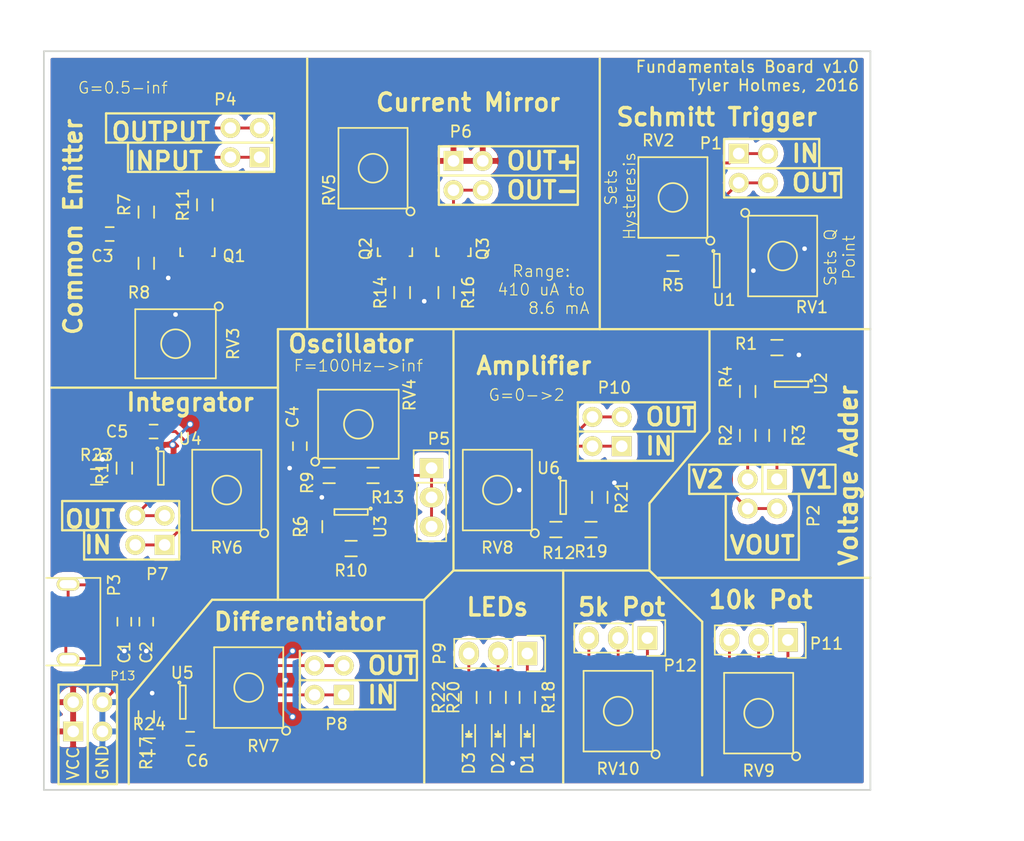
<source format=kicad_pcb>
(kicad_pcb (version 4) (host pcbnew 4.0.4-stable)
  (layers (0 F.Cu signal) (31 B.Cu signal) (34 B.Paste user) (35 F.Paste user) (36 B.SilkS user) (37 F.SilkS user) (38 B.Mask user) (39 F.Mask user) (44 Edge.Cuts user))
  (net 0 "")
  (net 1 GND)
  (net 2 C_EmitterIn)
  (net 3 Int_out)
  (net 4 Diff_in)
  (net 5 "Net-(D1-Pad2)")
  (net 6 "Net-(D2-Pad2)")
  (net 7 "Net-(D3-Pad2)")
  (net 8 STrigger_in)
  (net 9 STrigger_out)
  (net 10 V2add_in)
  (net 11 Vadd_out)
  (net 12 V1add_in)
  (net 13 "Net-(P3-Pad4)")
  (net 14 "Net-(P3-Pad2)")
  (net 15 "Net-(P3-Pad6)")
  (net 16 "Net-(P3-Pad3)")
  (net 17 C_EmitterOut)
  (net 18 CMirror_n)
  (net 19 Int_in)
  (net 20 Diff_out)
  (net 21 Amp_in)
  (net 22 Amp_out)
  (net 23 "Net-(RV2-Pad1)")
  (net 24 "Net-(RV3-Pad3)")
  (net 25 "Net-(RV4-Pad3)")
  (net 26 "Net-(RV5-Pad1)")
  (net 27 "Net-(RV6-Pad1)")
  (net 28 "Net-(RV8-Pad3)")
  (net 29 "Net-(RV7-Pad1)")
  (net 30 VCC)
  (net 31 /CE_base)
  (net 32 /LED1_in)
  (net 33 /LED2_in)
  (net 34 /LED3_in)
  (net 35 /10kpot_1)
  (net 36 /10kpot_2)
  (net 37 /10kpot_3)
  (net 38 /5kpot_1)
  (net 39 /5kpot_2)
  (net 40 /5kpot_3)
  (net 41 /CE_emitter)
  (net 42 /CM_baseCollector)
  (net 43 /CM_emitterSet)
  (net 44 /CM_emitterMirror)
  (net 45 "Net-(RV6-Pad2)")
  (net 46 /osc_RCFeedback)
  (net 47 /int_VnFeedback)
  (net 48 /diff_VnFeedback)
  (net 49 /osc_schmittFeedback)
  (net 50 /Vp_Gnd)
  (net 51 /Vadd_VnFeedback)
  (net 52 /schmitt_VpFeedback)
  (net 53 /osc_bias)
  (net 54 /osc_VpIn)
  (net 55 /Amp_VpBias)
  (net 56 /int_VpBias)
  (net 57 /diff_VpBias)
  (net 58 /amp_VnFeedback)
  (net 59 /schmitt_bias)
  (module Resistors_SMD:R_0603 (layer F.Cu) (at 88.265 116.84 270)
    (fp_text reference R15 (at 0 1.905 270) (layer F.SilkS))
    (fp_text value 5k hide)
    (pad 1 smd rect (at -0.75 0 270) (size 0.5 0.9) (layers F.Cu F.Paste F.Mask) (net 30 VCC))
    (pad 2 smd rect (at 0.75 0 270) (size 0.5 0.9) (layers F.Cu F.Paste F.Mask) (net 56 /int_VpBias))
  )
  (module TylerCustom:ST-4 (layer F.Cu) (at 131.134663 137.940455)
    (fp_text reference RV10 (at 0 5) (layer F.SilkS))
    (fp_text value v5k)
    (pad 2 smd rect (at 0 -3) (size 2 2) (layers F.Cu F.Paste F.Mask) (net 39 /5kpot_2))
    (pad 3 smd rect (at -1.175 3) (size 1.6 2) (layers F.Cu F.Paste F.Mask) (net 40 /5kpot_3))
    (pad 1 smd rect (at 1.175 3) (size 1.6 2) (layers F.Cu F.Paste F.Mask) (net 38 /5kpot_1))
  )
  (module TylerCustom:ST-4 (layer F.Cu) (at 143.334279 138.114207)
    (fp_text reference RV9 (at 0 5) (layer F.SilkS))
    (fp_text value v10k)
    (pad 2 smd rect (at 0 -3) (size 2 2) (layers F.Cu F.Paste F.Mask) (net 36 /10kpot_2))
    (pad 3 smd rect (at -1.175 3) (size 1.6 2) (layers F.Cu F.Paste F.Mask) (net 37 /10kpot_3))
    (pad 1 smd rect (at 1.175 3) (size 1.6 2) (layers F.Cu F.Paste F.Mask) (net 35 /10kpot_1))
  )
  (module TylerCustom:ST-4 (layer F.Cu) (at 120.65 118.745)
    (fp_text reference RV8 (at 0 5) (layer F.SilkS))
    (fp_text value v10k)
    (pad 2 smd rect (at 0 -3) (size 2 2) (layers F.Cu F.Paste F.Mask) (net 22 Amp_out))
    (pad 3 smd rect (at -1.175 3) (size 1.6 2) (layers F.Cu F.Paste F.Mask) (net 28 "Net-(RV8-Pad3)"))
    (pad 1 smd rect (at 1.175 3) (size 1.6 2) (layers F.Cu F.Paste F.Mask) (net 58 /amp_VnFeedback))
  )
  (module TylerCustom:ST-4 (layer F.Cu) (at 99.06 135.89)
    (fp_text reference RV7 (at 1.27 5.08) (layer F.SilkS))
    (fp_text value v10k hide)
    (pad 2 smd rect (at 0 -3) (size 2 2) (layers F.Cu F.Paste F.Mask) (net 20 Diff_out))
    (pad 3 smd rect (at -1.175 3) (size 1.6 2) (layers F.Cu F.Paste F.Mask) (net 48 /diff_VnFeedback))
    (pad 1 smd rect (at 1.175 3) (size 1.6 2) (layers F.Cu F.Paste F.Mask) (net 29 "Net-(RV7-Pad1)"))
  )
  (module TylerCustom:ST-4 (layer F.Cu) (at 97.155 118.745)
    (fp_text reference RV6 (at 0 5) (layer F.SilkS))
    (fp_text value v10k)
    (pad 2 smd rect (at 0 -3) (size 2 2) (layers F.Cu F.Paste F.Mask) (net 45 "Net-(RV6-Pad2)"))
    (pad 3 smd rect (at -1.175 3) (size 1.6 2) (layers F.Cu F.Paste F.Mask) (net 19 Int_in))
    (pad 1 smd rect (at 1.175 3) (size 1.6 2) (layers F.Cu F.Paste F.Mask) (net 27 "Net-(RV6-Pad1)"))
  )
  (module TylerCustom:ST-4 (layer F.Cu) (at 109.855 90.805)
    (fp_text reference RV5 (at -3.81 1.905 90) (layer F.SilkS))
    (fp_text value v10k)
    (pad 2 smd rect (at 0 -3) (size 2 2) (layers F.Cu F.Paste F.Mask) (net 30 VCC))
    (pad 3 smd rect (at -1.175 3) (size 1.6 2) (layers F.Cu F.Paste F.Mask) (net 42 /CM_baseCollector))
    (pad 1 smd rect (at 1.175 3) (size 1.6 2) (layers F.Cu F.Paste F.Mask) (net 26 "Net-(RV5-Pad1)"))
  )
  (module TylerCustom:ST-4 (layer F.Cu) (at 108.585 113.03 270)
    (fp_text reference RV4 (at -2.54 -4.445 450) (layer F.SilkS))
    (fp_text value v10k)
    (pad 2 smd rect (at 0 -3 270) (size 2 2) (layers F.Cu F.Paste F.Mask) (net 49 /osc_schmittFeedback))
    (pad 3 smd rect (at -1.175 3 270) (size 1.6 2) (layers F.Cu F.Paste F.Mask) (net 25 "Net-(RV4-Pad3)"))
    (pad 1 smd rect (at 1.175 3 270) (size 1.6 2) (layers F.Cu F.Paste F.Mask) (net 46 /osc_RCFeedback))
  )
  (module TylerCustom:ST-4 (layer F.Cu) (at 92.71 106.045 90)
    (fp_text reference RV3 (at 0 5 90) (layer F.SilkS))
    (fp_text value v10k)
    (pad 2 smd rect (at 0 -3 90) (size 2 2) (layers F.Cu F.Paste F.Mask) (net 41 /CE_emitter))
    (pad 3 smd rect (at -1.175 3 90) (size 1.6 2) (layers F.Cu F.Paste F.Mask) (net 24 "Net-(RV3-Pad3)"))
    (pad 1 smd rect (at 1.175 3 90) (size 1.6 2) (layers F.Cu F.Paste F.Mask) (net 1 GND))
  )
  (module TylerCustom:ST-4 (layer F.Cu) (at 135.89 93.345)
    (fp_text reference RV2 (at -1.27 -4.953 180) (layer F.SilkS))
    (fp_text value v5k)
    (pad 2 smd rect (at 0 -3) (size 2 2) (layers F.Cu F.Paste F.Mask) (net 8 STrigger_in))
    (pad 3 smd rect (at -1.175 3) (size 1.6 2) (layers F.Cu F.Paste F.Mask) (net 52 /schmitt_VpFeedback))
    (pad 1 smd rect (at 1.175 3) (size 1.6 2) (layers F.Cu F.Paste F.Mask) (net 23 "Net-(RV2-Pad1)"))
  )
  (module TylerCustom:ST-4 (layer F.Cu) (at 145.415 98.425 180)
    (fp_text reference RV1 (at -2.54 -4.445 180) (layer F.SilkS))
    (fp_text value v10k)
    (pad 2 smd rect (at 0 -3 180) (size 2 2) (layers F.Cu F.Paste F.Mask) (net 59 /schmitt_bias))
    (pad 3 smd rect (at -1.175 3 180) (size 1.6 2) (layers F.Cu F.Paste F.Mask) (net 1 GND))
    (pad 1 smd rect (at 1.175 3 180) (size 1.6 2) (layers F.Cu F.Paste F.Mask) (net 30 VCC))
  )
  (module TO_SOT_Packages_SMD:SOT-23-5 (layer F.Cu) (at 126.365 119.38)
    (fp_text reference U6 (at -1.27 -2.54) (layer F.SilkS))
    (fp_text value MCP601 hide)
    (pad 1 smd rect (at -1.1 -0.95) (size 1.06 0.65) (layers F.Cu F.Paste F.Mask) (net 22 Amp_out))
    (pad 2 smd rect (at -1.1 0) (size 1.06 0.65) (layers F.Cu F.Paste F.Mask) (net 1 GND))
    (pad 3 smd rect (at -1.1 0.95) (size 1.06 0.65) (layers F.Cu F.Paste F.Mask) (net 55 /Amp_VpBias))
    (pad 4 smd rect (at 1.1 0.95) (size 1.06 0.65) (layers F.Cu F.Paste F.Mask) (net 58 /amp_VnFeedback))
    (pad 5 smd rect (at 1.1 -0.95) (size 1.06 0.65) (layers F.Cu F.Paste F.Mask) (net 30 VCC))
  )
  (module TO_SOT_Packages_SMD:SOT-23-5 (layer F.Cu) (at 93.345 137.16)
    (fp_text reference U5 (at -0.05 -2.55) (layer F.SilkS))
    (fp_text value MCP601 hide)
    (pad 1 smd rect (at -1.1 -0.95) (size 1.06 0.65) (layers F.Cu F.Paste F.Mask) (net 20 Diff_out))
    (pad 2 smd rect (at -1.1 0) (size 1.06 0.65) (layers F.Cu F.Paste F.Mask) (net 1 GND))
    (pad 3 smd rect (at -1.1 0.95) (size 1.06 0.65) (layers F.Cu F.Paste F.Mask) (net 57 /diff_VpBias))
    (pad 4 smd rect (at 1.1 0.95) (size 1.06 0.65) (layers F.Cu F.Paste F.Mask) (net 48 /diff_VnFeedback))
    (pad 5 smd rect (at 1.1 -0.95) (size 1.06 0.65) (layers F.Cu F.Paste F.Mask) (net 30 VCC))
  )
  (module TO_SOT_Packages_SMD:SOT-23-5 (layer F.Cu) (at 91.44 116.84)
    (fp_text reference U4 (at 2.54 -2.54) (layer F.SilkS))
    (fp_text value MCP601 hide)
    (pad 1 smd rect (at -1.1 -0.95) (size 1.06 0.65) (layers F.Cu F.Paste F.Mask) (net 3 Int_out))
    (pad 2 smd rect (at -1.1 0) (size 1.06 0.65) (layers F.Cu F.Paste F.Mask) (net 1 GND))
    (pad 3 smd rect (at -1.1 0.95) (size 1.06 0.65) (layers F.Cu F.Paste F.Mask) (net 56 /int_VpBias))
    (pad 4 smd rect (at 1.1 0.95) (size 1.06 0.65) (layers F.Cu F.Paste F.Mask) (net 47 /int_VnFeedback))
    (pad 5 smd rect (at 1.1 -0.95) (size 1.06 0.65) (layers F.Cu F.Paste F.Mask) (net 30 VCC))
  )
  (module TO_SOT_Packages_SMD:SOT-23-5 (layer F.Cu) (at 107.95 120.65 270)
    (fp_text reference U3 (at 1.27 -2.54 270) (layer F.SilkS))
    (fp_text value MCP601 hide)
    (pad 1 smd rect (at -1.1 -0.95 270) (size 1.06 0.65) (layers F.Cu F.Paste F.Mask) (net 49 /osc_schmittFeedback))
    (pad 2 smd rect (at -1.1 0 270) (size 1.06 0.65) (layers F.Cu F.Paste F.Mask) (net 1 GND))
    (pad 3 smd rect (at -1.1 0.95 270) (size 1.06 0.65) (layers F.Cu F.Paste F.Mask) (net 54 /osc_VpIn))
    (pad 4 smd rect (at 1.1 0.95 270) (size 1.06 0.65) (layers F.Cu F.Paste F.Mask) (net 53 /osc_bias))
    (pad 5 smd rect (at 1.1 -0.95 270) (size 1.06 0.65) (layers F.Cu F.Paste F.Mask) (net 30 VCC))
  )
  (module TO_SOT_Packages_SMD:SOT-23-5 (layer F.Cu) (at 146.191541 109.554361 270)
    (fp_text reference U2 (at -0.05 -2.55 270) (layer F.SilkS))
    (fp_text value MCP601 hide)
    (pad 1 smd rect (at -1.1 -0.95 270) (size 1.06 0.65) (layers F.Cu F.Paste F.Mask) (net 11 Vadd_out))
    (pad 2 smd rect (at -1.1 0 270) (size 1.06 0.65) (layers F.Cu F.Paste F.Mask) (net 1 GND))
    (pad 3 smd rect (at -1.1 0.95 270) (size 1.06 0.65) (layers F.Cu F.Paste F.Mask) (net 50 /Vp_Gnd))
    (pad 4 smd rect (at 1.1 0.95 270) (size 1.06 0.65) (layers F.Cu F.Paste F.Mask) (net 51 /Vadd_VnFeedback))
    (pad 5 smd rect (at 1.1 -0.95 270) (size 1.06 0.65) (layers F.Cu F.Paste F.Mask) (net 30 VCC))
  )
  (module TO_SOT_Packages_SMD:SOT-23-5 (layer F.Cu) (at 139.7 99.695)
    (fp_text reference U1 (at 0.635 2.54) (layer F.SilkS))
    (fp_text value MCP601 hide)
    (pad 1 smd rect (at -1.1 -0.95) (size 1.06 0.65) (layers F.Cu F.Paste F.Mask) (net 9 STrigger_out))
    (pad 2 smd rect (at -1.1 0) (size 1.06 0.65) (layers F.Cu F.Paste F.Mask) (net 1 GND))
    (pad 3 smd rect (at -1.1 0.95) (size 1.06 0.65) (layers F.Cu F.Paste F.Mask) (net 52 /schmitt_VpFeedback))
    (pad 4 smd rect (at 1.1 0.95) (size 1.06 0.65) (layers F.Cu F.Paste F.Mask) (net 59 /schmitt_bias))
    (pad 5 smd rect (at 1.1 -0.95) (size 1.06 0.65) (layers F.Cu F.Paste F.Mask) (net 30 VCC))
  )
  (module Resistors_SMD:R_0603 (layer F.Cu) (at 118.172231 136.745265 90)
    (fp_text reference R22 (at 0 -2.602231 90) (layer F.SilkS))
    (fp_text value 470R hide)
    (pad 1 smd rect (at -0.75 0 90) (size 0.5 0.9) (layers F.Cu F.Paste F.Mask) (net 7 "Net-(D3-Pad2)"))
    (pad 2 smd rect (at 0.75 0 90) (size 0.5 0.9) (layers F.Cu F.Paste F.Mask) (net 34 /LED3_in))
  )
  (module Resistors_SMD:R_0603 (layer F.Cu) (at 129.54 119.38 270)
    (fp_text reference R21 (at 0 -1.9 270) (layer F.SilkS))
    (fp_text value 10k hide)
    (pad 1 smd rect (at -0.75 0 270) (size 0.5 0.9) (layers F.Cu F.Paste F.Mask) (net 1 GND))
    (pad 2 smd rect (at 0.75 0 270) (size 0.5 0.9) (layers F.Cu F.Paste F.Mask) (net 55 /Amp_VpBias))
  )
  (module Resistors_SMD:R_0603 (layer F.Cu) (at 120.712231 136.745265 90)
    (fp_text reference R20 (at 0 -3.872231 90) (layer F.SilkS))
    (fp_text value 470R hide)
    (pad 1 smd rect (at -0.75 0 90) (size 0.5 0.9) (layers F.Cu F.Paste F.Mask) (net 6 "Net-(D2-Pad2)"))
    (pad 2 smd rect (at 0.75 0 90) (size 0.5 0.9) (layers F.Cu F.Paste F.Mask) (net 33 /LED2_in))
  )
  (module Resistors_SMD:R_0603 (layer F.Cu) (at 128.778 122.174)
    (fp_text reference R19 (at 0 1.905) (layer F.SilkS))
    (fp_text value 5k hide)
    (pad 1 smd rect (at -0.75 0) (size 0.5 0.9) (layers F.Cu F.Paste F.Mask) (net 58 /amp_VnFeedback))
    (pad 2 smd rect (at 0.75 0) (size 0.5 0.9) (layers F.Cu F.Paste F.Mask) (net 21 Amp_in))
  )
  (module Resistors_SMD:R_0603 (layer F.Cu) (at 123.252231 136.745265 90)
    (fp_text reference R18 (at 0 1.842769 90) (layer F.SilkS))
    (fp_text value 470R hide)
    (pad 1 smd rect (at -0.75 0 90) (size 0.5 0.9) (layers F.Cu F.Paste F.Mask) (net 5 "Net-(D1-Pad2)"))
    (pad 2 smd rect (at 0.75 0 90) (size 0.5 0.9) (layers F.Cu F.Paste F.Mask) (net 32 /LED1_in))
  )
  (module Resistors_SMD:R_0603 (layer F.Cu) (at 90.17 138.43 270)
    (fp_text reference R17 (at 3.175 0 270) (layer F.SilkS))
    (fp_text value 5k hide)
    (pad 1 smd rect (at -0.75 0 270) (size 0.5 0.9) (layers F.Cu F.Paste F.Mask) (net 30 VCC))
    (pad 2 smd rect (at 0.75 0 270) (size 0.5 0.9) (layers F.Cu F.Paste F.Mask) (net 57 /diff_VpBias))
  )
  (module Resistors_SMD:R_0603 (layer F.Cu) (at 116.205 101.6 90)
    (fp_text reference R16 (at 0 1.905 90) (layer F.SilkS))
    (fp_text value 470R hide)
    (pad 1 smd rect (at -0.75 0 90) (size 0.5 0.9) (layers F.Cu F.Paste F.Mask) (net 1 GND))
    (pad 2 smd rect (at 0.75 0 90) (size 0.5 0.9) (layers F.Cu F.Paste F.Mask) (net 44 /CM_emitterMirror))
  )
  (module Resistors_SMD:R_0603 (layer F.Cu) (at 112.395 101.6 90)
    (fp_text reference R14 (at 0 -1.9 90) (layer F.SilkS))
    (fp_text value 470R hide)
    (pad 1 smd rect (at -0.75 0 90) (size 0.5 0.9) (layers F.Cu F.Paste F.Mask) (net 1 GND))
    (pad 2 smd rect (at 0.75 0 90) (size 0.5 0.9) (layers F.Cu F.Paste F.Mask) (net 43 /CM_emitterSet))
  )
  (module Resistors_SMD:R_0603 (layer F.Cu) (at 109.855 117.475 180)
    (fp_text reference R13 (at -1.27 -1.905 180) (layer F.SilkS))
    (fp_text value 5k hide)
    (pad 1 smd rect (at -0.75 0 180) (size 0.5 0.9) (layers F.Cu F.Paste F.Mask) (net 49 /osc_schmittFeedback))
    (pad 2 smd rect (at 0.75 0 180) (size 0.5 0.9) (layers F.Cu F.Paste F.Mask) (net 54 /osc_VpIn))
  )
  (module Resistors_SMD:R_0603 (layer F.Cu) (at 95.25 93.98 270)
    (fp_text reference R11 (at 0 1.905 270) (layer F.SilkS))
    (fp_text value 5k hide)
    (pad 1 smd rect (at -0.75 0 270) (size 0.5 0.9) (layers F.Cu F.Paste F.Mask) (net 30 VCC))
    (pad 2 smd rect (at 0.75 0 270) (size 0.5 0.9) (layers F.Cu F.Paste F.Mask) (net 17 C_EmitterOut))
  )
  (module Resistors_SMD:R_0603 (layer F.Cu) (at 107.95 123.825 180)
    (fp_text reference R10 (at 0 -1.905 180) (layer F.SilkS))
    (fp_text value 5k hide)
    (pad 1 smd rect (at -0.75 0 180) (size 0.5 0.9) (layers F.Cu F.Paste F.Mask) (net 30 VCC))
    (pad 2 smd rect (at 0.75 0 180) (size 0.5 0.9) (layers F.Cu F.Paste F.Mask) (net 53 /osc_bias))
  )
  (module Resistors_SMD:R_0603 (layer F.Cu) (at 106.045 117.475 180)
    (fp_text reference R9 (at 1.905 -0.635 270) (layer F.SilkS))
    (fp_text value 5k hide)
    (pad 1 smd rect (at -0.75 0 180) (size 0.5 0.9) (layers F.Cu F.Paste F.Mask) (net 54 /osc_VpIn))
    (pad 2 smd rect (at 0.75 0 180) (size 0.5 0.9) (layers F.Cu F.Paste F.Mask) (net 46 /osc_RCFeedback))
  )
  (module Resistors_SMD:R_0603 (layer F.Cu) (at 90.17 99.06 270)
    (fp_text reference R8 (at 2.54 0.635 360) (layer F.SilkS))
    (fp_text value 10k hide)
    (pad 1 smd rect (at -0.75 0 270) (size 0.5 0.9) (layers F.Cu F.Paste F.Mask) (net 31 /CE_base))
    (pad 2 smd rect (at 0.75 0 270) (size 0.5 0.9) (layers F.Cu F.Paste F.Mask) (net 1 GND))
  )
  (module Resistors_SMD:R_0603 (layer F.Cu) (at 90.17 94.615 270)
    (fp_text reference R7 (at -0.635 1.905 270) (layer F.SilkS))
    (fp_text value 10k hide)
    (pad 1 smd rect (at -0.75 0 270) (size 0.5 0.9) (layers F.Cu F.Paste F.Mask) (net 30 VCC))
    (pad 2 smd rect (at 0.75 0 270) (size 0.5 0.9) (layers F.Cu F.Paste F.Mask) (net 31 /CE_base))
  )
  (module Resistors_SMD:R_0603 (layer F.Cu) (at 104.775 121.92 270)
    (fp_text reference R6 (at 0 1.27 270) (layer F.SilkS))
    (fp_text value 5k hide)
    (pad 1 smd rect (at -0.75 0 270) (size 0.5 0.9) (layers F.Cu F.Paste F.Mask) (net 1 GND))
    (pad 2 smd rect (at 0.75 0 270) (size 0.5 0.9) (layers F.Cu F.Paste F.Mask) (net 53 /osc_bias))
  )
  (module Resistors_SMD:R_0603 (layer F.Cu) (at 135.89 99.06 180)
    (fp_text reference R5 (at 0 -1.9 180) (layer F.SilkS))
    (fp_text value 5k hide)
    (pad 1 smd rect (at -0.75 0 180) (size 0.5 0.9) (layers F.Cu F.Paste F.Mask) (net 9 STrigger_out))
    (pad 2 smd rect (at 0.75 0 180) (size 0.5 0.9) (layers F.Cu F.Paste F.Mask) (net 52 /schmitt_VpFeedback))
  )
  (module Resistors_SMD:R_0603 (layer F.Cu) (at 142.381541 110.189361 270)
    (fp_text reference R4 (at -1.27 1.905 270) (layer F.SilkS))
    (fp_text value 5k hide)
    (pad 1 smd rect (at -0.75 0 270) (size 0.5 0.9) (layers F.Cu F.Paste F.Mask) (net 11 Vadd_out))
    (pad 2 smd rect (at 0.75 0 270) (size 0.5 0.9) (layers F.Cu F.Paste F.Mask) (net 51 /Vadd_VnFeedback))
  )
  (module Resistors_SMD:R_0603 (layer F.Cu) (at 144.921541 113.999361 270)
    (fp_text reference R3 (at 0 -1.9 270) (layer F.SilkS))
    (fp_text value 10k hide)
    (pad 1 smd rect (at -0.75 0 270) (size 0.5 0.9) (layers F.Cu F.Paste F.Mask) (net 51 /Vadd_VnFeedback))
    (pad 2 smd rect (at 0.75 0 270) (size 0.5 0.9) (layers F.Cu F.Paste F.Mask) (net 10 V2add_in))
  )
  (module Resistors_SMD:R_0603 (layer F.Cu) (at 142.381541 113.999361 270)
    (fp_text reference R2 (at 0 1.905 270) (layer F.SilkS))
    (fp_text value 10k hide)
    (pad 1 smd rect (at -0.75 0 270) (size 0.5 0.9) (layers F.Cu F.Paste F.Mask) (net 51 /Vadd_VnFeedback))
    (pad 2 smd rect (at 0.75 0 270) (size 0.5 0.9) (layers F.Cu F.Paste F.Mask) (net 12 V1add_in))
  )
  (module Resistors_SMD:R_0603 (layer F.Cu) (at 144.921541 106.379361)
    (fp_text reference R1 (at -2.681541 -0.334361) (layer F.SilkS))
    (fp_text value 5k hide)
    (pad 1 smd rect (at -0.75 0) (size 0.5 0.9) (layers F.Cu F.Paste F.Mask) (net 50 /Vp_Gnd))
    (pad 2 smd rect (at 0.75 0) (size 0.5 0.9) (layers F.Cu F.Paste F.Mask) (net 1 GND))
  )
  (module TO_SOT_Packages_SMD:SOT-23 (layer F.Cu) (at 116.84 97.79 180)
    (fp_text reference Q3 (at -2.54 0 270) (layer F.SilkS))
    (fp_text value BC550 hide)
    (pad 1 smd rect (at -0.95 1.00076 180) (size 0.8001 0.8001) (layers F.Cu F.Paste F.Mask) (net 18 CMirror_n))
    (pad 2 smd rect (at 0.95 1.00076 180) (size 0.8001 0.8001) (layers F.Cu F.Paste F.Mask) (net 42 /CM_baseCollector))
    (pad 3 smd rect (at 0 -0.99822 180) (size 0.8001 0.8001) (layers F.Cu F.Paste F.Mask) (net 44 /CM_emitterMirror))
  )
  (module TO_SOT_Packages_SMD:SOT-23 (layer F.Cu) (at 111.76 97.79 180)
    (fp_text reference Q2 (at 2.54 0 270) (layer F.SilkS))
    (fp_text value BC550 hide)
    (pad 1 smd rect (at -0.95 1.00076 180) (size 0.8001 0.8001) (layers F.Cu F.Paste F.Mask) (net 42 /CM_baseCollector))
    (pad 2 smd rect (at 0.95 1.00076 180) (size 0.8001 0.8001) (layers F.Cu F.Paste F.Mask) (net 42 /CM_baseCollector))
    (pad 3 smd rect (at 0 -0.99822 180) (size 0.8001 0.8001) (layers F.Cu F.Paste F.Mask) (net 43 /CM_emitterSet))
  )
  (module TO_SOT_Packages_SMD:SOT-23 (layer F.Cu) (at 94.615 97.79 180)
    (fp_text reference Q1 (at -3.175 -0.635 180) (layer F.SilkS))
    (fp_text value BC550 hide)
    (pad 1 smd rect (at -0.95 1.00076 180) (size 0.8001 0.8001) (layers F.Cu F.Paste F.Mask) (net 17 C_EmitterOut))
    (pad 2 smd rect (at 0.95 1.00076 180) (size 0.8001 0.8001) (layers F.Cu F.Paste F.Mask) (net 31 /CE_base))
    (pad 3 smd rect (at 0 -0.99822 180) (size 0.8001 0.8001) (layers F.Cu F.Paste F.Mask) (net 41 /CE_emitter))
  )
  (module Pin_Headers:Pin_Header_Straight_1x03 (layer F.Cu) (at 133.674663 131.590455 270)
    (fp_text reference P12 (at 2.394545 -2.850337 360) (layer F.SilkS))
    (fp_text value CONN_01X03 hide)
    (pad 1 thru_hole rect (at 0 0 270) (size 2.032 1.7272) (drill 1.016) (layers *.Cu *.Mask F.SilkS) (net 38 /5kpot_1))
    (pad 2 thru_hole oval (at 0 2.54 270) (size 2.032 1.7272) (drill 1.016) (layers *.Cu *.Mask F.SilkS) (net 39 /5kpot_2))
    (pad 3 thru_hole oval (at 0 5.08 270) (size 2.032 1.7272) (drill 1.016) (layers *.Cu *.Mask F.SilkS) (net 40 /5kpot_3))
  )
  (module Pin_Headers:Pin_Header_Straight_1x03 (layer F.Cu) (at 145.874279 131.764207 270)
    (fp_text reference P11 (at 0.315793 -3.350721 360) (layer F.SilkS))
    (fp_text value CONN_01X03 hide)
    (pad 1 thru_hole rect (at 0 0 270) (size 2.032 1.7272) (drill 1.016) (layers *.Cu *.Mask F.SilkS) (net 35 /10kpot_1))
    (pad 2 thru_hole oval (at 0 2.54 270) (size 2.032 1.7272) (drill 1.016) (layers *.Cu *.Mask F.SilkS) (net 36 /10kpot_2))
    (pad 3 thru_hole oval (at 0 5.08 270) (size 2.032 1.7272) (drill 1.016) (layers *.Cu *.Mask F.SilkS) (net 37 /10kpot_3))
  )
  (module Pin_Headers:Pin_Header_Straight_1x03 (layer F.Cu) (at 123.252231 132.935265 270)
    (fp_text reference P9 (at 0 7.62 270) (layer F.SilkS))
    (fp_text value CONN_01X03 hide)
    (pad 1 thru_hole rect (at 0 0 270) (size 2.032 1.7272) (drill 1.016) (layers *.Cu *.Mask F.SilkS) (net 32 /LED1_in))
    (pad 2 thru_hole oval (at 0 2.54 270) (size 2.032 1.7272) (drill 1.016) (layers *.Cu *.Mask F.SilkS) (net 33 /LED2_in))
    (pad 3 thru_hole oval (at 0 5.08 270) (size 2.032 1.7272) (drill 1.016) (layers *.Cu *.Mask F.SilkS) (net 34 /LED3_in))
  )
  (module Pin_Headers:Pin_Header_Straight_1x03 (layer F.Cu) (at 114.935 116.84)
    (fp_text reference P5 (at 0.635 -2.54) (layer F.SilkS))
    (fp_text value CONN_01X03 hide)
    (pad 1 thru_hole rect (at 0 0) (size 2.032 1.7272) (drill 1.016) (layers *.Cu *.Mask F.SilkS) (net 49 /osc_schmittFeedback))
    (pad 2 thru_hole oval (at 0 2.54) (size 2.032 1.7272) (drill 1.016) (layers *.Cu *.Mask F.SilkS) (net 49 /osc_schmittFeedback))
    (pad 3 thru_hole oval (at 0 5.08) (size 2.032 1.7272) (drill 1.016) (layers *.Cu *.Mask F.SilkS) (net 49 /osc_schmittFeedback))
  )
  (module TylerCustom:2013499-1 (layer F.Cu) (at 83.185 130.175 270)
    (fp_text reference P3 (at -3.175 -4.191 270) (layer F.SilkS))
    (fp_text value USB_OTG)
    (pad 5 smd rect (at 1.3 -2.675 270) (size 0.4 1.35) (layers F.Cu F.Paste F.Mask) (net 1 GND))
    (pad 4 smd rect (at 0.65 -2.675 270) (size 0.4 1.35) (layers F.Cu F.Paste F.Mask) (net 13 "Net-(P3-Pad4)"))
    (pad 1 smd rect (at -1.3 -2.675 270) (size 0.4 1.35) (layers F.Cu F.Paste F.Mask) (net 30 VCC))
    (pad 2 smd rect (at -0.65 -2.675 270) (size 0.4 1.35) (layers F.Cu F.Paste F.Mask) (net 14 "Net-(P3-Pad2)"))
    (pad 6 smd rect (at -3.2 -2.45 270) (size 1.6 1.4) (layers F.Cu F.Paste F.Mask) (net 15 "Net-(P3-Pad6)"))
    (pad 6 smd rect (at -1.2 0 270) (size 1.9 1.9) (layers F.Cu F.Paste F.Mask) (net 15 "Net-(P3-Pad6)"))
    (pad 6 thru_hole oval (at -3.255 -0.2 270) (size 1.12 2) (drill oval 0.72 1.5) (layers *.Cu *.Mask F.SilkS) (net 15 "Net-(P3-Pad6)"))
    (pad 6 thru_hole oval (at 3.255 -0.2 270) (size 1.12 2) (drill oval 0.72 1.5) (layers *.Cu *.Mask F.SilkS) (net 15 "Net-(P3-Pad6)"))
    (pad 6 smd rect (at 1.2 0 270) (size 1.9 1.9) (layers F.Cu F.Paste F.Mask) (net 15 "Net-(P3-Pad6)"))
    (pad 6 smd rect (at 3.2 -2.45 270) (size 1.6 1.4) (layers F.Cu F.Paste F.Mask) (net 15 "Net-(P3-Pad6)"))
    (pad 3 smd rect (at 0 -2.675 270) (size 0.4 1.35) (layers F.Cu F.Paste F.Mask) (net 16 "Net-(P3-Pad3)"))
  )
  (module LEDs:LED_0603 (layer F.Cu) (at 118.172231 139.920265 90)
    (fp_text reference D3 (at -2.54 0 90) (layer F.SilkS))
    (fp_text value LED hide)
    (pad 2 smd rect (at 0.7493 0 270) (size 0.79756 0.79756) (layers F.Cu F.Paste F.Mask) (net 7 "Net-(D3-Pad2)"))
    (pad 1 smd rect (at -0.7493 0 270) (size 0.79756 0.79756) (layers F.Cu F.Paste F.Mask) (net 1 GND))
  )
  (module LEDs:LED_0603 (layer F.Cu) (at 120.712231 139.920265 90)
    (fp_text reference D2 (at -2.54 0 90) (layer F.SilkS))
    (fp_text value LED hide)
    (pad 2 smd rect (at 0.7493 0 270) (size 0.79756 0.79756) (layers F.Cu F.Paste F.Mask) (net 6 "Net-(D2-Pad2)"))
    (pad 1 smd rect (at -0.7493 0 270) (size 0.79756 0.79756) (layers F.Cu F.Paste F.Mask) (net 1 GND))
  )
  (module LEDs:LED_0603 (layer F.Cu) (at 123.252231 139.920265 90)
    (fp_text reference D1 (at -2.54 0 90) (layer F.SilkS))
    (fp_text value LED hide)
    (pad 2 smd rect (at 0.7493 0 270) (size 0.79756 0.79756) (layers F.Cu F.Paste F.Mask) (net 5 "Net-(D1-Pad2)"))
    (pad 1 smd rect (at -0.7493 0 270) (size 0.79756 0.79756) (layers F.Cu F.Paste F.Mask) (net 1 GND))
  )
  (module Capacitors_SMD:C_0603 (layer F.Cu) (at 93.98 140.335)
    (fp_text reference C6 (at 0.635 1.905) (layer F.SilkS))
    (fp_text value "0.1 uF" hide)
    (pad 1 smd rect (at -0.75 0) (size 0.8 0.75) (layers F.Cu F.Paste F.Mask) (net 4 Diff_in))
    (pad 2 smd rect (at 0.75 0) (size 0.8 0.75) (layers F.Cu F.Paste F.Mask) (net 48 /diff_VnFeedback))
  )
  (module Capacitors_SMD:C_0603 (layer F.Cu) (at 90.805 113.665 180)
    (fp_text reference C5 (at 3.175 0 180) (layer F.SilkS))
    (fp_text value "0.1 uF" hide)
    (pad 1 smd rect (at -0.75 0 180) (size 0.8 0.75) (layers F.Cu F.Paste F.Mask) (net 47 /int_VnFeedback))
    (pad 2 smd rect (at 0.75 0 180) (size 0.8 0.75) (layers F.Cu F.Paste F.Mask) (net 3 Int_out))
  )
  (module Capacitors_SMD:C_0603 (layer F.Cu) (at 103.505 114.935 90)
    (fp_text reference C4 (at 2.54 -0.635 90) (layer F.SilkS))
    (fp_text value "1 uF" hide)
    (pad 1 smd rect (at -0.75 0 90) (size 0.8 0.75) (layers F.Cu F.Paste F.Mask) (net 1 GND))
    (pad 2 smd rect (at 0.75 0 90) (size 0.8 0.75) (layers F.Cu F.Paste F.Mask) (net 46 /osc_RCFeedback))
  )
  (module Capacitors_SMD:C_0603 (layer F.Cu) (at 86.995 96.52 180)
    (fp_text reference C3 (at 0.635 -1.905 180) (layer F.SilkS))
    (fp_text value "0.1 uF" hide)
    (pad 1 smd rect (at -0.75 0 180) (size 0.8 0.75) (layers F.Cu F.Paste F.Mask) (net 31 /CE_base))
    (pad 2 smd rect (at 0.75 0 180) (size 0.8 0.75) (layers F.Cu F.Paste F.Mask) (net 2 C_EmitterIn))
  )
  (module Capacitors_SMD:C_0603 (layer F.Cu) (at 90.17 130.175 90)
    (fp_text reference C2 (at -2.667 0 90) (layer F.SilkS))
    (fp_text value "0.1 uF" hide)
    (pad 1 smd rect (at -0.75 0 90) (size 0.8 0.75) (layers F.Cu F.Paste F.Mask) (net 1 GND))
    (pad 2 smd rect (at 0.75 0 90) (size 0.8 0.75) (layers F.Cu F.Paste F.Mask) (net 30 VCC))
  )
  (module Capacitors_SMD:C_0603 (layer F.Cu) (at 88.265 130.175 90)
    (fp_text reference C1 (at -2.667 0 90) (layer F.SilkS))
    (fp_text value "1 uF" hide)
    (pad 1 smd rect (at -0.75 0 90) (size 0.8 0.75) (layers F.Cu F.Paste F.Mask) (net 1 GND))
    (pad 2 smd rect (at 0.75 0 90) (size 0.8 0.75) (layers F.Cu F.Paste F.Mask) (net 30 VCC))
  )
  (module TylerCustom:Pin_Header_Straight_2x02 (layer F.Cu) (at 141.605 89.535)
    (fp_text reference P1 (at -2.413 -0.889) (layer F.SilkS))
    (fp_text value CONN_02X02 hide)
    (pad 1 thru_hole rect (at 0 0) (size 1.7272 1.7272) (drill 1.016) (layers *.Cu *.Mask F.SilkS) (net 8 STrigger_in))
    (pad 2 thru_hole oval (at 2.54 0) (size 1.7272 1.7272) (drill 1.016) (layers *.Cu *.Mask F.SilkS) (net 8 STrigger_in))
    (pad 3 thru_hole oval (at 0 2.54) (size 1.7272 1.7272) (drill 1.016) (layers *.Cu *.Mask F.SilkS) (net 9 STrigger_out))
    (pad 4 thru_hole oval (at 2.54 2.54) (size 1.7272 1.7272) (drill 1.016) (layers *.Cu *.Mask F.SilkS) (net 9 STrigger_out))
  )
  (module TylerCustom:Pin_Header_Straight_2x02 (layer F.Cu) (at 144.921541 117.809361 270)
    (fp_text reference P2 (at 3.175 -3.175 270) (layer F.SilkS))
    (fp_text value CONN_02X02 hide)
    (pad 1 thru_hole rect (at 0 0 270) (size 1.7272 1.7272) (drill 1.016) (layers *.Cu *.Mask F.SilkS) (net 10 V2add_in))
    (pad 2 thru_hole oval (at 2.54 0 270) (size 1.7272 1.7272) (drill 1.016) (layers *.Cu *.Mask F.SilkS) (net 11 Vadd_out))
    (pad 3 thru_hole oval (at 0 2.54 270) (size 1.7272 1.7272) (drill 1.016) (layers *.Cu *.Mask F.SilkS) (net 12 V1add_in))
    (pad 4 thru_hole oval (at 2.54 2.54 270) (size 1.7272 1.7272) (drill 1.016) (layers *.Cu *.Mask F.SilkS) (net 11 Vadd_out))
  )
  (module TylerCustom:Pin_Header_Straight_2x02 (layer F.Cu) (at 116.84 90.17)
    (fp_text reference P6 (at 0.635 -2.54) (layer F.SilkS))
    (fp_text value CONN_02X02 hide)
    (pad 1 thru_hole rect (at 0 0) (size 1.7272 1.7272) (drill 1.016) (layers *.Cu *.Mask F.SilkS) (net 30 VCC))
    (pad 2 thru_hole oval (at 2.54 0) (size 1.7272 1.7272) (drill 1.016) (layers *.Cu *.Mask F.SilkS) (net 30 VCC))
    (pad 3 thru_hole oval (at 0 2.54) (size 1.7272 1.7272) (drill 1.016) (layers *.Cu *.Mask F.SilkS) (net 18 CMirror_n))
    (pad 4 thru_hole oval (at 2.54 2.54) (size 1.7272 1.7272) (drill 1.016) (layers *.Cu *.Mask F.SilkS) (net 18 CMirror_n))
  )
  (module TylerCustom:Pin_Header_Straight_2x02 (layer F.Cu) (at 91.7575 123.5075 180)
    (fp_text reference P7 (at 0.635 -2.54 180) (layer F.SilkS))
    (fp_text value CONN_02X02 hide)
    (pad 1 thru_hole rect (at 0 0 180) (size 1.7272 1.7272) (drill 1.016) (layers *.Cu *.Mask F.SilkS) (net 19 Int_in))
    (pad 2 thru_hole oval (at 2.54 0 180) (size 1.7272 1.7272) (drill 1.016) (layers *.Cu *.Mask F.SilkS) (net 19 Int_in))
    (pad 3 thru_hole oval (at 0 2.54 180) (size 1.7272 1.7272) (drill 1.016) (layers *.Cu *.Mask F.SilkS) (net 3 Int_out))
    (pad 4 thru_hole oval (at 2.54 2.54 180) (size 1.7272 1.7272) (drill 1.016) (layers *.Cu *.Mask F.SilkS) (net 3 Int_out))
  )
  (module TylerCustom:Pin_Header_Straight_2x02 (layer F.Cu) (at 107.315 136.525 180)
    (fp_text reference P8 (at 0.635 -2.54 180) (layer F.SilkS))
    (fp_text value CONN_02X02 hide)
    (pad 1 thru_hole rect (at 0 0 180) (size 1.7272 1.7272) (drill 1.016) (layers *.Cu *.Mask F.SilkS) (net 4 Diff_in))
    (pad 2 thru_hole oval (at 2.54 0 180) (size 1.7272 1.7272) (drill 1.016) (layers *.Cu *.Mask F.SilkS) (net 4 Diff_in))
    (pad 3 thru_hole oval (at 0 2.54 180) (size 1.7272 1.7272) (drill 1.016) (layers *.Cu *.Mask F.SilkS) (net 20 Diff_out))
    (pad 4 thru_hole oval (at 2.54 2.54 180) (size 1.7272 1.7272) (drill 1.016) (layers *.Cu *.Mask F.SilkS) (net 20 Diff_out))
  )
  (module TylerCustom:Pin_Header_Straight_2x02 (layer F.Cu) (at 131.445 114.935 180)
    (fp_text reference P10 (at 0.635 5.08 180) (layer F.SilkS))
    (fp_text value CONN_02X02 hide)
    (pad 1 thru_hole rect (at 0 0 180) (size 1.7272 1.7272) (drill 1.016) (layers *.Cu *.Mask F.SilkS) (net 21 Amp_in))
    (pad 2 thru_hole oval (at 2.54 0 180) (size 1.7272 1.7272) (drill 1.016) (layers *.Cu *.Mask F.SilkS) (net 21 Amp_in))
    (pad 3 thru_hole oval (at 0 2.54 180) (size 1.7272 1.7272) (drill 1.016) (layers *.Cu *.Mask F.SilkS) (net 22 Amp_out))
    (pad 4 thru_hole oval (at 2.54 2.54 180) (size 1.7272 1.7272) (drill 1.016) (layers *.Cu *.Mask F.SilkS) (net 22 Amp_out))
  )
  (module TylerCustom:Pin_Header_Straight_2x02 (layer F.Cu) (at 100.0125 89.8525 180)
    (fp_text reference P4 (at 2.9845 5.0165 180) (layer F.SilkS))
    (fp_text value CONN_02X02 hide)
    (pad 1 thru_hole rect (at 0 0 180) (size 1.7272 1.7272) (drill 1.016) (layers *.Cu *.Mask F.SilkS) (net 2 C_EmitterIn))
    (pad 2 thru_hole oval (at 2.54 0 180) (size 1.7272 1.7272) (drill 1.016) (layers *.Cu *.Mask F.SilkS) (net 2 C_EmitterIn))
    (pad 3 thru_hole oval (at 0 2.54 180) (size 1.7272 1.7272) (drill 1.016) (layers *.Cu *.Mask F.SilkS) (net 17 C_EmitterOut))
    (pad 4 thru_hole oval (at 2.54 2.54 180) (size 1.7272 1.7272) (drill 1.016) (layers *.Cu *.Mask F.SilkS) (net 17 C_EmitterOut))
  )
  (module Resistors_SMD:R_0603 (layer F.Cu) (at 125.73 122.174)
    (fp_text reference R12 (at 0.254 2.032) (layer F.SilkS))
    (fp_text value 10k)
    (pad 1 smd rect (at -0.75 0) (size 0.5 0.9) (layers F.Cu F.Paste F.Mask) (net 55 /Amp_VpBias))
    (pad 2 smd rect (at 0.75 0) (size 0.5 0.9) (layers F.Cu F.Paste F.Mask) (net 30 VCC))
  )
  (module Resistors_SMD:R_0603 (layer F.Cu) (at 85.852 117.602)
    (fp_text reference R23 (at 0 -1.9) (layer F.SilkS))
    (fp_text value 5k)
    (pad 1 smd rect (at -0.75 0) (size 0.5 0.9) (layers F.Cu F.Paste F.Mask) (net 1 GND))
    (pad 2 smd rect (at 0.75 0) (size 0.5 0.9) (layers F.Cu F.Paste F.Mask) (net 56 /int_VpBias))
  )
  (module Resistors_SMD:R_0603 (layer F.Cu) (at 90.424 140.97)
    (fp_text reference R24 (at 0 -1.9) (layer F.SilkS))
    (fp_text value 5k)
    (pad 1 smd rect (at -0.75 0) (size 0.5 0.9) (layers F.Cu F.Paste F.Mask) (net 1 GND))
    (pad 2 smd rect (at 0.75 0) (size 0.5 0.9) (layers F.Cu F.Paste F.Mask) (net 57 /diff_VpBias))
  )
  (module TylerCustom:Pin_Header_Straight_2x02 (layer F.Cu) (at 83.82 139.7 90)
    (fp_text reference P13 (at 4.826 4.318 180) (layer F.SilkS) (effects (font (size 0.75 0.75) (thickness 0.1))))
    (fp_text value CONN_02X02 hide)
    (pad 1 thru_hole rect (at 0 0 90) (size 1.7272 1.7272) (drill 1.016) (layers *.Cu *.Mask F.SilkS) (net 30 VCC))
    (pad 2 thru_hole oval (at 2.54 0 90) (size 1.7272 1.7272) (drill 1.016) (layers *.Cu *.Mask F.SilkS) (net 30 VCC))
    (pad 3 thru_hole oval (at 0 2.54 90) (size 1.7272 1.7272) (drill 1.016) (layers *.Cu *.Mask F.SilkS) (net 1 GND))
    (pad 4 thru_hole oval (at 2.54 2.54 90) (size 1.7272 1.7272) (drill 1.016) (layers *.Cu *.Mask F.SilkS) (net 1 GND))
  )
  (gr_text "Fundamentals Board v1.0\nTyler Holmes, 2016" (at 152.146 82.804) (layer F.SilkS) (effects (font (size 1 1)) (justify right)))
  (gr_line (start 82.55 144.272) (end 85.09 144.272) (layer F.SilkS) (width 0.2))
  (gr_line (start 82.55 135.636) (end 82.55 144.272) (layer F.SilkS) (width 0.2))
  (gr_line (start 85.09 135.636) (end 82.55 135.636) (layer F.SilkS) (width 0.2))
  (gr_line (start 87.63 135.636) (end 85.09 135.636) (layer F.SilkS) (width 0.2))
  (gr_line (start 87.63 144.272) (end 87.63 135.636) (layer F.SilkS) (width 0.2))
  (gr_line (start 87.376 144.272) (end 87.63 144.272) (layer F.SilkS) (width 0.2))
  (gr_line (start 85.09 144.272) (end 87.376 144.272) (layer F.SilkS) (width 0.2))
  (gr_line (start 85.09 135.636) (end 85.09 144.272) (layer F.SilkS) (width 0.2))
  (gr_text "GND\n" (at 86.36 144.018 90) (layer F.SilkS) (effects (font (size 1 1)) (justify left)))
  (gr_text VCC (at 83.82 144.018 90) (layer F.SilkS) (effects (font (size 1 1)) (justify left)))
  (gr_line (start 88.646 136.906) (end 88.646 144.272) (layer F.SilkS) (width 0.2))
  (gr_line (start 133.858 119.888) (end 133.858 125.73) (layer F.SilkS) (width 0.2))
  (gr_text "  Sets\nHysteresis" (at 131.318 93.218 90) (layer F.SilkS) (effects (font (size 1 1) (thickness 0.1))))
  (gr_text "Sets Q\nPoint" (at 150.368 98.552 90) (layer F.SilkS) (effects (font (size 1 1) (thickness 0.1))))
  (gr_text "Range:\n410 uA to\n    8.6 mA" (at 124.46 101.346) (layer F.SilkS) (effects (font (size 1 1) (thickness 0.1))))
  (gr_text "G=0.5-inf\n" (at 88.138 83.82) (layer F.SilkS) (effects (font (size 1 1) (thickness 0.1))))
  (gr_line (start 139.065 104.775) (end 153.035 104.775) (layer F.SilkS) (width 0.2))
  (gr_line (start 134.62 126.365) (end 153.035 126.365) (layer F.SilkS) (width 0.2))
  (gr_line (start 138.43 130.175) (end 133.858 125.73) (layer F.SilkS) (width 0.2))
  (gr_line (start 138.43 143.51) (end 138.43 130.175) (layer F.SilkS) (width 0.2))
  (gr_line (start 126.365 125.73) (end 126.365 144.145) (layer F.SilkS) (width 0.2))
  (gr_line (start 129.54 104.775) (end 129.54 81.28) (layer F.SilkS) (width 0.2))
  (gr_line (start 104.14 104.775) (end 104.14 81.28) (layer F.SilkS) (width 0.2))
  (gr_line (start 101.6 109.855) (end 81.915 109.855) (layer F.SilkS) (width 0.2))
  (gr_line (start 101.6 104.775) (end 116.84 104.775) (layer F.SilkS) (width 0.2))
  (gr_line (start 101.6 128.27) (end 101.6 104.775) (layer F.SilkS) (width 0.2))
  (gr_line (start 114.3 128.27) (end 116.84 125.73) (layer F.SilkS) (width 0.2))
  (gr_line (start 139.065 104.775) (end 116.84 104.775) (layer F.SilkS) (width 0.2))
  (gr_line (start 139.065 113.665) (end 139.065 104.775) (layer F.SilkS) (width 0.2))
  (gr_line (start 133.858 119.888) (end 139.065 113.665) (layer F.SilkS) (width 0.2))
  (gr_line (start 116.84 125.73) (end 133.858 125.73) (layer F.SilkS) (width 0.2))
  (gr_line (start 116.84 104.775) (end 116.84 125.73) (layer F.SilkS) (width 0.2))
  (gr_line (start 95.885 128.27) (end 88.646 136.906) (layer F.SilkS) (width 0.2))
  (gr_line (start 114.3 128.27) (end 95.885 128.27) (layer F.SilkS) (width 0.2))
  (gr_line (start 114.3 128.27) (end 114.3 144.145) (layer F.SilkS) (width 0.2))
  (gr_text F=100Hz->inf (at 108.585 107.95) (layer F.SilkS) (effects (font (size 1 1) (thickness 0.1))))
  (gr_text G=0->2 (at 123.19 110.49) (layer F.SilkS) (effects (font (size 1 1) (thickness 0.1))))
  (gr_line (start 101.2825 88.5825) (end 101.2825 91.1225) (angle 90) (layer F.SilkS) (width 0.2))
  (gr_line (start 81.28 80.645) (end 81.28 144.78) (angle 90) (layer Edge.Cuts) (width 0.15))
  (gr_line (start 153.035 80.645) (end 81.28 80.645) (angle 90) (layer Edge.Cuts) (width 0.15))
  (gr_line (start 153.035 144.78) (end 153.035 80.645) (angle 90) (layer Edge.Cuts) (width 0.15))
  (gr_line (start 81.28 144.78) (end 153.035 144.78) (angle 90) (layer Edge.Cuts) (width 0.15))
  (gr_line (start 103.505 132.715) (end 103.505 135.255) (angle 90) (layer F.SilkS) (width 0.2))
  (gr_line (start 113.665 132.715) (end 103.505 132.715) (angle 90) (layer F.SilkS) (width 0.2))
  (gr_line (start 113.665 135.255) (end 113.665 132.715) (angle 90) (layer F.SilkS) (width 0.2))
  (gr_line (start 111.76 135.255) (end 113.665 135.255) (angle 90) (layer F.SilkS) (width 0.2))
  (gr_line (start 103.505 135.255) (end 103.505 137.795) (angle 90) (layer F.SilkS) (width 0.2))
  (gr_line (start 111.76 135.255) (end 103.505 135.255) (angle 90) (layer F.SilkS) (width 0.2))
  (gr_line (start 111.76 137.795) (end 111.76 135.255) (angle 90) (layer F.SilkS) (width 0.2))
  (gr_line (start 103.505 137.795) (end 111.76 137.795) (angle 90) (layer F.SilkS) (width 0.2))
  (gr_text IN (at 109.22 136.525) (layer F.SilkS) (effects (font (size 1.5 1.5) (thickness 0.3)) (justify left)))
  (gr_text OUT (at 109.22 133.985) (layer F.SilkS) (effects (font (size 1.5 1.5) (thickness 0.3)) (justify left)))
  (gr_line (start 140.476541 124.794361) (end 140.476541 119.079361) (angle 90) (layer F.SilkS) (width 0.2))
  (gr_line (start 146.826541 124.794361) (end 140.476541 124.794361) (angle 90) (layer F.SilkS) (width 0.2))
  (gr_line (start 146.826541 119.079361) (end 146.826541 124.794361) (angle 90) (layer F.SilkS) (width 0.2))
  (gr_line (start 150.001541 116.539361) (end 143.651541 116.539361) (angle 90) (layer F.SilkS) (width 0.2))
  (gr_line (start 150.001541 119.079361) (end 150.001541 116.539361) (angle 90) (layer F.SilkS) (width 0.2))
  (gr_line (start 143.651541 119.079361) (end 150.001541 119.079361) (angle 90) (layer F.SilkS) (width 0.2))
  (gr_line (start 143.651541 116.539361) (end 143.651541 119.079361) (angle 90) (layer F.SilkS) (width 0.2))
  (gr_line (start 137.301541 116.539361) (end 143.651541 116.539361) (angle 90) (layer F.SilkS) (width 0.2))
  (gr_line (start 137.301541 119.079361) (end 137.301541 116.539361) (angle 90) (layer F.SilkS) (width 0.2))
  (gr_line (start 143.651541 119.079361) (end 137.301541 119.079361) (angle 90) (layer F.SilkS) (width 0.2))
  (gr_text VOUT (at 143.651541 123.524361) (layer F.SilkS) (effects (font (size 1.5 1.5) (thickness 0.3))))
  (gr_text V2 (at 140.476541 117.809361) (layer F.SilkS) (effects (font (size 1.5 1.5) (thickness 0.3)) (justify right)))
  (gr_text V1 (at 146.826541 117.809361) (layer F.SilkS) (effects (font (size 1.5 1.5) (thickness 0.3)) (justify left)))
  (gr_line (start 140.335 88.265) (end 140.335 90.805) (angle 90) (layer F.SilkS) (width 0.2))
  (gr_line (start 148.59 88.265) (end 140.335 88.265) (angle 90) (layer F.SilkS) (width 0.2))
  (gr_line (start 148.59 90.805) (end 148.59 88.265) (angle 90) (layer F.SilkS) (width 0.2))
  (gr_line (start 140.335 90.805) (end 140.335 93.345) (angle 90) (layer F.SilkS) (width 0.2))
  (gr_line (start 150.495 90.805) (end 140.335 90.805) (angle 90) (layer F.SilkS) (width 0.2))
  (gr_line (start 150.495 93.345) (end 150.495 90.805) (angle 90) (layer F.SilkS) (width 0.2))
  (gr_line (start 140.335 93.345) (end 150.495 93.345) (angle 90) (layer F.SilkS) (width 0.2))
  (gr_text OUT (at 146.05 92.075) (layer F.SilkS) (effects (font (size 1.5 1.5) (thickness 0.3)) (justify left)))
  (gr_text IN (at 146.05 89.535) (layer F.SilkS) (effects (font (size 1.5 1.5) (thickness 0.3)) (justify left)))
  (gr_line (start 93.0275 119.6975) (end 93.0275 122.2375) (angle 90) (layer F.SilkS) (width 0.2))
  (gr_line (start 82.8675 119.6975) (end 93.0275 119.6975) (angle 90) (layer F.SilkS) (width 0.2))
  (gr_line (start 82.8675 122.2375) (end 82.8675 119.6975) (angle 90) (layer F.SilkS) (width 0.2))
  (gr_line (start 84.7725 122.2375) (end 82.8675 122.2375) (angle 90) (layer F.SilkS) (width 0.2))
  (gr_line (start 93.0275 122.2375) (end 84.7725 122.2375) (angle 90) (layer F.SilkS) (width 0.2))
  (gr_line (start 93.0275 124.7775) (end 93.0275 122.2375) (angle 90) (layer F.SilkS) (width 0.2))
  (gr_line (start 84.7725 124.7775) (end 93.0275 124.7775) (angle 90) (layer F.SilkS) (width 0.2))
  (gr_line (start 84.7725 122.2375) (end 84.7725 124.7775) (angle 90) (layer F.SilkS) (width 0.2))
  (gr_text "OUT\n" (at 87.63 121.285) (layer F.SilkS) (effects (font (size 1.5 1.5) (thickness 0.3)) (justify right)))
  (gr_text IN (at 87.3125 123.5075) (layer F.SilkS) (effects (font (size 1.5 1.5) (thickness 0.3)) (justify right)))
  (gr_line (start 137.795 113.665) (end 135.89 113.665) (angle 90) (layer F.SilkS) (width 0.2))
  (gr_line (start 137.795 111.125) (end 137.795 113.665) (angle 90) (layer F.SilkS) (width 0.2))
  (gr_line (start 127.635 111.125) (end 137.795 111.125) (angle 90) (layer F.SilkS) (width 0.2))
  (gr_line (start 127.635 113.665) (end 127.635 111.125) (angle 90) (layer F.SilkS) (width 0.2))
  (gr_line (start 135.89 113.665) (end 127.635 113.665) (angle 90) (layer F.SilkS) (width 0.2))
  (gr_line (start 135.89 116.205) (end 135.89 113.665) (angle 90) (layer F.SilkS) (width 0.2))
  (gr_line (start 127.635 116.205) (end 135.89 116.205) (angle 90) (layer F.SilkS) (width 0.2))
  (gr_line (start 127.635 113.665) (end 127.635 116.205) (angle 90) (layer F.SilkS) (width 0.2))
  (gr_text "IN\n" (at 133.35 114.935) (layer F.SilkS) (effects (font (size 1.5 1.5) (thickness 0.3)) (justify left)))
  (gr_text "OUT\n" (at 133.35 112.395) (layer F.SilkS) (effects (font (size 1.5 1.5) (thickness 0.3)) (justify left)))
  (gr_line (start 127.635 88.9) (end 127.635 91.44) (angle 90) (layer F.SilkS) (width 0.2))
  (gr_line (start 115.57 88.9) (end 127.635 88.9) (angle 90) (layer F.SilkS) (width 0.2))
  (gr_line (start 115.57 91.44) (end 115.57 88.9) (angle 90) (layer F.SilkS) (width 0.2))
  (gr_line (start 115.57 93.98) (end 115.57 91.44) (angle 90) (layer F.SilkS) (width 0.2))
  (gr_line (start 127.635 93.98) (end 115.57 93.98) (angle 90) (layer F.SilkS) (width 0.2))
  (gr_line (start 127.635 91.44) (end 127.635 93.98) (angle 90) (layer F.SilkS) (width 0.2))
  (gr_line (start 115.57 91.44) (end 127.635 91.44) (angle 90) (layer F.SilkS) (width 0.2))
  (gr_line (start 101.2825 86.0425) (end 101.2825 88.5825) (angle 90) (layer F.SilkS) (width 0.2))
  (gr_line (start 86.6775 86.0425) (end 101.2825 86.0425) (angle 90) (layer F.SilkS) (width 0.2))
  (gr_line (start 86.6775 88.5825) (end 86.6775 86.0425) (angle 90) (layer F.SilkS) (width 0.2))
  (gr_line (start 88.5825 88.5825) (end 86.6775 88.5825) (angle 90) (layer F.SilkS) (width 0.2))
  (gr_line (start 88.5825 91.1225) (end 101.2825 91.1225) (angle 90) (layer F.SilkS) (width 0.2))
  (gr_line (start 88.5825 88.5825) (end 88.5825 91.1225) (angle 90) (layer F.SilkS) (width 0.2))
  (gr_line (start 101.2825 88.5825) (end 88.5825 88.5825) (angle 90) (layer F.SilkS) (width 0.2))
  (gr_text OUT+ (at 121.285 90.17) (layer F.SilkS) (effects (font (size 1.5 1.5) (thickness 0.3)) (justify left)))
  (gr_text OUT- (at 121.285 92.71) (layer F.SilkS) (effects (font (size 1.5 1.5) (thickness 0.3)) (justify left)))
  (gr_text "OUTPUT\n" (at 86.995 87.63) (layer F.SilkS) (effects (font (size 1.5 1.5) (thickness 0.3)) (justify left)))
  (gr_text INPUT (at 95.25 90.17) (layer F.SilkS) (effects (font (size 1.5 1.5) (thickness 0.3)) (justify right)))
  (gr_text "Schmitt Trigger\n" (at 139.7 86.36) (layer F.SilkS) (effects (font (size 1.5 1.5) (thickness 0.3))))
  (gr_text "Oscillator\n" (at 107.95 106.045) (layer F.SilkS) (effects (font (size 1.5 1.5) (thickness 0.3))))
  (gr_text "Amplifier\n" (at 123.825 107.95) (layer F.SilkS) (effects (font (size 1.5 1.5) (thickness 0.3))))
  (gr_text "Voltage Adder\n" (at 151.13 117.475 90) (layer F.SilkS) (effects (font (size 1.5 1.5) (thickness 0.3))))
  (gr_text "Integrator\n" (at 93.98 111.125) (layer F.SilkS) (effects (font (size 1.5 1.5) (thickness 0.3))))
  (gr_text "Differentiator\n" (at 103.505 130.175) (layer F.SilkS) (effects (font (size 1.5 1.5) (thickness 0.3))))
  (gr_text "10k Pot\n" (at 143.51 128.27) (layer F.SilkS) (effects (font (size 1.5 1.5) (thickness 0.3))))
  (gr_text "5k Pot\n" (at 131.445 128.905) (layer F.SilkS) (effects (font (size 1.5 1.5) (thickness 0.3))))
  (gr_text "LEDs\n" (at 120.65 128.905) (layer F.SilkS) (effects (font (size 1.5 1.5) (thickness 0.3))))
  (gr_text "Current Mirror\n" (at 118.11 85.09) (layer F.SilkS) (effects (font (size 1.5 1.5) (thickness 0.3))))
  (gr_text "Common Emitter\n" (at 83.82 95.885 90) (layer F.SilkS) (effects (font (size 1.5 1.5) (thickness 0.3))))
  (segment (start 87.223599 133.248401) (end 87.757 132.715) (width 0.25) (layer F.Cu) (net 1))
  (segment (start 87.757 132.715) (end 88.265 132.715) (width 0.25) (layer F.Cu) (net 1))
  (segment (start 86.36 137.16) (end 87.223599 136.296401) (width 0.25) (layer F.Cu) (net 1))
  (segment (start 87.223599 136.296401) (end 87.223599 133.248401) (width 0.25) (layer F.Cu) (net 1))
  (segment (start 86.36 139.7) (end 88.604 139.7) (width 0.25) (layer F.Cu) (net 1))
  (segment (start 88.604 139.7) (end 89.674 140.77) (width 0.25) (layer F.Cu) (net 1))
  (segment (start 89.674 140.77) (end 89.674 140.97) (width 0.25) (layer F.Cu) (net 1))
  (via (at 90.678 136.373) (size 0.6) (drill 0.4) (layers F.Cu B.Cu) (net 1))
  (segment (start 92.245 137.16) (end 91.465 137.16) (width 0.25) (layer F.Cu) (net 1))
  (segment (start 91.465 137.16) (end 90.678 136.373) (width 0.25) (layer F.Cu) (net 1))
  (segment (start 86.614 116.586) (end 85.918 116.586) (width 0.25) (layer F.Cu) (net 1))
  (via (at 86.36 116.078) (size 0.6) (drill 0.4) (layers F.Cu B.Cu) (net 1))
  (segment (start 86.868 116.586) (end 86.614 116.586) (width 0.25) (layer F.Cu) (net 1))
  (segment (start 86.614 116.586) (end 86.614 116.332) (width 0.25) (layer F.Cu) (net 1))
  (segment (start 86.614 116.332) (end 86.36 116.078) (width 0.25) (layer F.Cu) (net 1))
  (segment (start 90.34 116.84) (end 87.122 116.84) (width 0.25) (layer F.Cu) (net 1))
  (segment (start 87.122 116.84) (end 86.868 116.586) (width 0.25) (layer F.Cu) (net 1))
  (segment (start 85.918 116.586) (end 85.102 117.402) (width 0.25) (layer F.Cu) (net 1))
  (segment (start 85.102 117.402) (end 85.102 117.602) (width 0.25) (layer F.Cu) (net 1))
  (via (at 102.616 116.84) (size 0.6) (drill 0.4) (layers F.Cu B.Cu) (net 1))
  (segment (start 102.616 115.949) (end 102.616 116.84) (width 0.25) (layer F.Cu) (net 1))
  (segment (start 103.505 115.685) (end 102.88 115.685) (width 0.25) (layer F.Cu) (net 1))
  (segment (start 102.88 115.685) (end 102.616 115.949) (width 0.25) (layer F.Cu) (net 1))
  (segment (start 103.505 115.685) (end 103.505 115.71) (width 0.25) (layer F.Cu) (net 1))
  (segment (start 130.29 118.63) (end 130.510001 118.409999) (width 0.25) (layer F.Cu) (net 1))
  (segment (start 130.510001 118.409999) (end 130.81 118.11) (width 0.25) (layer F.Cu) (net 1))
  (segment (start 129.54 118.63) (end 130.29 118.63) (width 0.25) (layer F.Cu) (net 1))
  (via (at 130.81 118.11) (size 0.6) (drill 0.4) (layers F.Cu B.Cu) (net 1))
  (segment (start 123.19 119.38) (end 122.555 118.745) (width 0.25) (layer F.Cu) (net 1))
  (via (at 122.555 118.745) (size 0.6) (drill 0.4) (layers F.Cu B.Cu) (net 1))
  (segment (start 125.265 119.38) (end 123.19 119.38) (width 0.25) (layer F.Cu) (net 1))
  (segment (start 146.526542 106.714362) (end 146.826541 107.014361) (width 0.25) (layer F.Cu) (net 1))
  (segment (start 146.191541 106.379361) (end 146.526542 106.714362) (width 0.25) (layer F.Cu) (net 1))
  (segment (start 145.671541 106.379361) (end 146.191541 106.379361) (width 0.25) (layer F.Cu) (net 1))
  (via (at 146.826541 107.014361) (size 0.6) (drill 0.4) (layers F.Cu B.Cu) (net 1))
  (segment (start 146.191541 108.454361) (end 146.191541 106.399361) (width 0.25) (layer F.Cu) (net 1))
  (segment (start 146.191541 106.399361) (end 146.171541 106.379361) (width 0.25) (layer F.Cu) (net 1))
  (segment (start 146.171541 106.379361) (end 145.671541 106.379361) (width 0.25) (layer F.Cu) (net 1))
  (segment (start 104.775 120.015) (end 105.41 119.38) (width 0.25) (layer F.Cu) (net 1))
  (via (at 105.41 119.38) (size 0.6) (drill 0.4) (layers F.Cu B.Cu) (net 1))
  (segment (start 104.775 121.17) (end 104.775 120.015) (width 0.25) (layer F.Cu) (net 1))
  (segment (start 107.95 119.55) (end 107.95 120.33) (width 0.25) (layer F.Cu) (net 1))
  (segment (start 107.61 120.67) (end 105.475 120.67) (width 0.25) (layer F.Cu) (net 1))
  (segment (start 107.95 120.33) (end 107.61 120.67) (width 0.25) (layer F.Cu) (net 1))
  (segment (start 105.475 120.67) (end 104.975 121.17) (width 0.25) (layer F.Cu) (net 1))
  (segment (start 104.975 121.17) (end 104.775 121.17) (width 0.25) (layer F.Cu) (net 1))
  (segment (start 146.59 97.06) (end 147.32 97.79) (width 0.25) (layer F.Cu) (net 1))
  (via (at 147.32 97.79) (size 0.6) (drill 0.4) (layers F.Cu B.Cu) (net 1))
  (segment (start 146.59 95.425) (end 146.59 97.06) (width 0.25) (layer F.Cu) (net 1))
  (segment (start 141.290002 99.695) (end 142.875 99.695) (width 0.25) (layer F.Cu) (net 1))
  (via (at 142.875 99.695) (size 0.6) (drill 0.4) (layers F.Cu B.Cu) (net 1))
  (segment (start 138.6 99.695) (end 141.290002 99.695) (width 0.25) (layer F.Cu) (net 1))
  (segment (start 114.3 102.35) (end 116.205 102.35) (width 0.25) (layer F.Cu) (net 1))
  (segment (start 112.395 102.35) (end 114.3 102.35) (width 0.25) (layer F.Cu) (net 1))
  (via (at 114.3 102.35) (size 0.6) (drill 0.4) (layers F.Cu B.Cu) (net 1))
  (segment (start 120.712231 140.669565) (end 121.361011 140.669565) (width 0.25) (layer F.Cu) (net 1))
  (segment (start 121.982231 141.290785) (end 121.982231 142.460265) (width 0.25) (layer F.Cu) (net 1))
  (segment (start 121.361011 140.669565) (end 121.982231 141.290785) (width 0.25) (layer F.Cu) (net 1))
  (via (at 121.982231 142.460265) (size 0.6) (drill 0.4) (layers F.Cu B.Cu) (net 1))
  (segment (start 123.252231 140.669565) (end 120.712231 140.669565) (width 0.25) (layer F.Cu) (net 1))
  (segment (start 118.172231 140.669565) (end 120.712231 140.669565) (width 0.25) (layer F.Cu) (net 1))
  (via (at 88.265 132.715) (size 0.6) (drill 0.4) (layers F.Cu B.Cu) (net 1))
  (segment (start 88.265 130.925) (end 88.265 132.715) (width 0.25) (layer F.Cu) (net 1))
  (via (at 90.17 132.715) (size 0.6) (drill 0.4) (layers F.Cu B.Cu) (net 1))
  (segment (start 90.17 130.925) (end 90.17 132.715) (width 0.25) (layer F.Cu) (net 1))
  (segment (start 90.17 130.925) (end 88.265 130.925) (width 0.25) (layer F.Cu) (net 1))
  (segment (start 85.86 131.475) (end 87.715 131.475) (width 0.25) (layer F.Cu) (net 1))
  (segment (start 87.715 131.475) (end 88.265 130.925) (width 0.25) (layer F.Cu) (net 1))
  (segment (start 94.075 104.87) (end 92.71 103.505) (width 0.25) (layer F.Cu) (net 1))
  (via (at 92.71 103.505) (size 0.6) (drill 0.4) (layers F.Cu B.Cu) (net 1))
  (segment (start 95.71 104.87) (end 94.075 104.87) (width 0.25) (layer F.Cu) (net 1))
  (segment (start 90.17 99.81) (end 91.555 99.81) (width 0.25) (layer F.Cu) (net 1))
  (segment (start 91.555 99.81) (end 92.075 100.33) (width 0.25) (layer F.Cu) (net 1))
  (via (at 92.075 100.33) (size 0.6) (drill 0.4) (layers F.Cu B.Cu) (net 1))
  (segment (start 100.0125 89.8525) (end 97.4725 89.8525) (width 0.25) (layer F.Cu) (net 2))
  (segment (start 87.9475 89.8525) (end 86.245 91.555) (width 0.25) (layer F.Cu) (net 2))
  (segment (start 86.245 91.555) (end 86.245 96.52) (width 0.25) (layer F.Cu) (net 2))
  (segment (start 97.4725 89.8525) (end 87.9475 89.8525) (width 0.25) (layer F.Cu) (net 2))
  (segment (start 90.34 115.89) (end 90.34 113.95) (width 0.25) (layer F.Cu) (net 3))
  (segment (start 90.34 113.95) (end 90.055 113.665) (width 0.25) (layer F.Cu) (net 3))
  (segment (start 89.2175 120.9675) (end 91.7575 120.9675) (width 0.25) (layer F.Cu) (net 3))
  (segment (start 91.44 118.745) (end 91.44 116.21) (width 0.25) (layer F.Cu) (net 3))
  (segment (start 91.44 116.21) (end 91.12 115.89) (width 0.25) (layer F.Cu) (net 3))
  (segment (start 91.12 115.89) (end 90.34 115.89) (width 0.25) (layer F.Cu) (net 3))
  (segment (start 89.2175 120.9675) (end 91.44 118.745) (width 0.25) (layer F.Cu) (net 3))
  (segment (start 99.010001 137.844999) (end 100.33 136.525) (width 0.25) (layer F.Cu) (net 4))
  (segment (start 98.190002 140.97) (end 99.010001 140.150001) (width 0.25) (layer F.Cu) (net 4))
  (segment (start 99.010001 140.150001) (end 99.010001 137.844999) (width 0.25) (layer F.Cu) (net 4))
  (segment (start 100.33 136.525) (end 104.775 136.525) (width 0.25) (layer F.Cu) (net 4))
  (segment (start 96.52 140.97) (end 98.190002 140.97) (width 0.25) (layer F.Cu) (net 4))
  (segment (start 93.23 140.335) (end 93.23 140.96) (width 0.25) (layer F.Cu) (net 4))
  (segment (start 93.23 140.96) (end 93.875 141.605) (width 0.25) (layer F.Cu) (net 4))
  (segment (start 93.875 141.605) (end 95.885 141.605) (width 0.25) (layer F.Cu) (net 4))
  (segment (start 95.885 141.605) (end 96.52 140.97) (width 0.25) (layer F.Cu) (net 4))
  (segment (start 107.315 136.525) (end 104.775 136.525) (width 0.25) (layer F.Cu) (net 4))
  (segment (start 123.252231 139.170965) (end 123.252231 137.495265) (width 0.25) (layer F.Cu) (net 5))
  (segment (start 120.712231 137.495265) (end 120.712231 139.170965) (width 0.25) (layer F.Cu) (net 6))
  (segment (start 118.172231 137.495265) (end 118.172231 139.170965) (width 0.25) (layer F.Cu) (net 7))
  (segment (start 144.145 89.535) (end 141.605 89.535) (width 0.25) (layer F.Cu) (net 8))
  (segment (start 135.89 90.345) (end 140.795 90.345) (width 0.25) (layer F.Cu) (net 8))
  (segment (start 140.795 90.345) (end 141.605 89.535) (width 0.25) (layer F.Cu) (net 8))
  (segment (start 136.64 99.06) (end 136.955 98.745) (width 0.25) (layer F.Cu) (net 9))
  (segment (start 136.955 98.745) (end 138.6 98.745) (width 0.25) (layer F.Cu) (net 9))
  (segment (start 144.145 92.075) (end 141.605 92.075) (width 0.25) (layer F.Cu) (net 9))
  (segment (start 138.6 98.745) (end 138.6 95.08) (width 0.25) (layer F.Cu) (net 9))
  (segment (start 138.6 95.08) (end 141.605 92.075) (width 0.25) (layer F.Cu) (net 9))
  (segment (start 144.921541 117.809361) (end 144.921541 114.749361) (width 0.25) (layer F.Cu) (net 10))
  (segment (start 142.381541 120.349361) (end 144.921541 120.349361) (width 0.25) (layer F.Cu) (net 11))
  (segment (start 140.97 110.150902) (end 140.97 118.93782) (width 0.25) (layer F.Cu) (net 11))
  (segment (start 140.97 118.93782) (end 142.381541 120.349361) (width 0.25) (layer F.Cu) (net 11))
  (segment (start 142.381541 109.439361) (end 141.681541 109.439361) (width 0.25) (layer F.Cu) (net 11))
  (segment (start 141.681541 109.439361) (end 140.97 110.150902) (width 0.25) (layer F.Cu) (net 11))
  (segment (start 142.381541 109.439361) (end 146.936541 109.439361) (width 0.25) (layer F.Cu) (net 11))
  (segment (start 146.936541 109.439361) (end 147.141541 109.234361) (width 0.25) (layer F.Cu) (net 11))
  (segment (start 147.141541 109.234361) (end 147.141541 108.454361) (width 0.25) (layer F.Cu) (net 11))
  (segment (start 142.381541 114.749361) (end 142.381541 117.809361) (width 0.25) (layer F.Cu) (net 12))
  (segment (start 85.635 126.975) (end 83.44 126.975) (width 0.25) (layer F.Cu) (net 15))
  (segment (start 83.44 126.975) (end 83.385 126.92) (width 0.25) (layer F.Cu) (net 15))
  (segment (start 83.385 126.92) (end 83.385 128.775) (width 0.25) (layer F.Cu) (net 15))
  (segment (start 83.385 128.775) (end 83.185 128.975) (width 0.25) (layer F.Cu) (net 15))
  (segment (start 83.185 128.975) (end 83.185 131.375) (width 0.25) (layer F.Cu) (net 15))
  (segment (start 83.185 131.375) (end 83.185 133.23) (width 0.25) (layer F.Cu) (net 15))
  (segment (start 83.185 133.23) (end 83.385 133.43) (width 0.25) (layer F.Cu) (net 15))
  (segment (start 85.635 133.375) (end 83.44 133.375) (width 0.25) (layer F.Cu) (net 15))
  (segment (start 83.44 133.375) (end 83.385 133.43) (width 0.25) (layer F.Cu) (net 15))
  (segment (start 95.25 94.73) (end 88.174998 94.73) (width 0.25) (layer F.Cu) (net 17))
  (segment (start 86.905001 97.220001) (end 85.584999 97.220001) (width 0.25) (layer F.Cu) (net 17))
  (segment (start 88.174998 94.73) (end 86.970001 95.934997) (width 0.25) (layer F.Cu) (net 17))
  (segment (start 86.970001 95.934997) (end 86.970001 97.155001) (width 0.25) (layer F.Cu) (net 17))
  (segment (start 86.970001 97.155001) (end 86.905001 97.220001) (width 0.25) (layer F.Cu) (net 17))
  (segment (start 96.251186 87.3125) (end 97.4725 87.3125) (width 0.25) (layer F.Cu) (net 17))
  (segment (start 85.584999 97.220001) (end 85.519999 97.155001) (width 0.25) (layer F.Cu) (net 17))
  (segment (start 85.519999 97.155001) (end 85.519999 91.643591) (width 0.25) (layer F.Cu) (net 17))
  (segment (start 85.519999 91.643591) (end 89.85109 87.3125) (width 0.25) (layer F.Cu) (net 17))
  (segment (start 89.85109 87.3125) (end 96.251186 87.3125) (width 0.25) (layer F.Cu) (net 17))
  (segment (start 95.95 94.73) (end 95.25 94.73) (width 0.25) (layer F.Cu) (net 17))
  (segment (start 97.4725 87.3125) (end 100.0125 87.3125) (width 0.25) (layer F.Cu) (net 17))
  (segment (start 95.565 96.78924) (end 95.565 95.045) (width 0.25) (layer F.Cu) (net 17))
  (segment (start 95.565 95.045) (end 95.25 94.73) (width 0.25) (layer F.Cu) (net 17))
  (segment (start 119.38 92.71) (end 116.84 92.71) (width 0.25) (layer F.Cu) (net 18))
  (segment (start 116.84 94.615) (end 116.84 92.71) (width 0.25) (layer F.Cu) (net 18))
  (segment (start 117.79 95.565) (end 116.84 94.615) (width 0.25) (layer F.Cu) (net 18))
  (segment (start 117.79 96.78924) (end 117.79 95.565) (width 0.25) (layer F.Cu) (net 18))
  (segment (start 89.2175 123.5075) (end 91.7575 123.5075) (width 0.25) (layer F.Cu) (net 19))
  (segment (start 95.98 121.745) (end 93.52 121.745) (width 0.25) (layer F.Cu) (net 19))
  (segment (start 93.52 121.745) (end 91.7575 123.5075) (width 0.25) (layer F.Cu) (net 19))
  (segment (start 99.06 132.89) (end 94.99 132.89) (width 0.25) (layer F.Cu) (net 20))
  (segment (start 94.99 132.89) (end 92.245 135.635) (width 0.25) (layer F.Cu) (net 20))
  (segment (start 92.245 135.635) (end 92.245 136.21) (width 0.25) (layer F.Cu) (net 20))
  (segment (start 100.33 133.35) (end 100.33 132.91) (width 0.25) (layer F.Cu) (net 20))
  (segment (start 100.33 132.91) (end 100.31 132.89) (width 0.25) (layer F.Cu) (net 20))
  (segment (start 100.31 132.89) (end 99.06 132.89) (width 0.25) (layer F.Cu) (net 20))
  (segment (start 100.965 133.985) (end 100.33 133.35) (width 0.25) (layer F.Cu) (net 20))
  (segment (start 104.775 133.985) (end 100.965 133.985) (width 0.25) (layer F.Cu) (net 20))
  (segment (start 107.315 133.985) (end 104.775 133.985) (width 0.25) (layer F.Cu) (net 20))
  (segment (start 126.609999 115.960001) (end 126.609999 119.015001) (width 0.25) (layer F.Cu) (net 21))
  (segment (start 126.609999 119.015001) (end 126.824987 119.229989) (width 0.25) (layer F.Cu) (net 21))
  (segment (start 126.824987 119.229989) (end 129.924991 119.229989) (width 0.25) (layer F.Cu) (net 21))
  (segment (start 130.315001 119.619999) (end 130.315001 120.686999) (width 0.25) (layer F.Cu) (net 21))
  (segment (start 129.924991 119.229989) (end 130.315001 119.619999) (width 0.25) (layer F.Cu) (net 21))
  (segment (start 130.315001 120.686999) (end 129.528 121.474) (width 0.25) (layer F.Cu) (net 21))
  (segment (start 129.528 121.474) (end 129.528 122.174) (width 0.25) (layer F.Cu) (net 21))
  (segment (start 126.609999 115.960001) (end 127.635 114.935) (width 0.25) (layer F.Cu) (net 21))
  (segment (start 127.635 114.935) (end 128.905 114.935) (width 0.25) (layer F.Cu) (net 21))
  (segment (start 128.905 114.935) (end 131.445 114.935) (width 0.25) (layer F.Cu) (net 21))
  (segment (start 131.445 112.395) (end 128.905 112.395) (width 0.25) (layer F.Cu) (net 22))
  (segment (start 125.265 117.855) (end 125.265 116.035) (width 0.25) (layer F.Cu) (net 22))
  (segment (start 125.265 116.035) (end 128.905 112.395) (width 0.25) (layer F.Cu) (net 22))
  (segment (start 120.65 115.745) (end 123.155 115.745) (width 0.25) (layer F.Cu) (net 22))
  (segment (start 123.155 115.745) (end 125.265 117.855) (width 0.25) (layer F.Cu) (net 22))
  (segment (start 125.265 117.855) (end 125.265 118.43) (width 0.25) (layer F.Cu) (net 22))
  (segment (start 126.746 123.444) (end 127 123.698) (width 0.25) (layer F.Cu) (net 30))
  (segment (start 126.746 123.14) (end 126.746 123.444) (width 0.25) (layer F.Cu) (net 30))
  (segment (start 126.48 122.174) (end 126.48 122.874) (width 0.25) (layer F.Cu) (net 30))
  (segment (start 126.48 122.874) (end 126.746 123.14) (width 0.25) (layer F.Cu) (net 30))
  (segment (start 88.392 115.463) (end 88.392 114.808) (width 0.25) (layer F.Cu) (net 30))
  (segment (start 88.265 116.09) (end 88.265 115.59) (width 0.25) (layer F.Cu) (net 30))
  (segment (start 88.265 115.59) (end 88.392 115.463) (width 0.25) (layer F.Cu) (net 30))
  (segment (start 92.54 114.892) (end 92.456 114.808) (width 0.25) (layer F.Cu) (net 30))
  (segment (start 92.54 115.89) (end 92.54 114.892) (width 0.25) (layer F.Cu) (net 30))
  (segment (start 92.456 114.554) (end 92.456 114.808) (width 0.25) (layer B.Cu) (net 30))
  (segment (start 93.98 113.03) (end 92.456 114.554) (width 0.25) (layer B.Cu) (net 30))
  (via (at 92.456 114.808) (size 0.6) (drill 0.4) (layers F.Cu B.Cu) (net 30))
  (via (at 93.98 113.03) (size 0.6) (drill 0.4) (layers F.Cu B.Cu) (net 30))
  (segment (start 87.575 127.635) (end 87.63 127.635) (width 0.25) (layer F.Cu) (net 30))
  (segment (start 85.86 128.875) (end 86.335 128.875) (width 0.25) (layer F.Cu) (net 30))
  (segment (start 86.335 128.875) (end 87.575 127.635) (width 0.25) (layer F.Cu) (net 30))
  (segment (start 92.825 93.865) (end 93.46 93.23) (width 0.25) (layer F.Cu) (net 30))
  (segment (start 93.46 93.23) (end 95.25 93.23) (width 0.25) (layer F.Cu) (net 30))
  (segment (start 90.17 93.865) (end 92.825 93.865) (width 0.25) (layer F.Cu) (net 30))
  (segment (start 102.235 135.255) (end 102.235 137.795) (width 0.25) (layer B.Cu) (net 30))
  (segment (start 102.235 137.795) (end 102.87 138.43) (width 0.25) (layer B.Cu) (net 30))
  (via (at 102.87 138.43) (size 0.6) (drill 0.4) (layers F.Cu B.Cu) (net 30))
  (segment (start 102.235 133.35) (end 102.87 132.715) (width 0.25) (layer B.Cu) (net 30))
  (via (at 102.87 132.715) (size 0.6) (drill 0.4) (layers F.Cu B.Cu) (net 30))
  (segment (start 102.235 135.255) (end 102.235 133.35) (width 0.25) (layer B.Cu) (net 30))
  (segment (start 95.605 135.255) (end 102.235 135.255) (width 0.25) (layer F.Cu) (net 30))
  (via (at 102.235 135.255) (size 0.6) (drill 0.4) (layers F.Cu B.Cu) (net 30))
  (segment (start 94.445 136.21) (end 94.65 136.21) (width 0.25) (layer F.Cu) (net 30))
  (segment (start 94.65 136.21) (end 95.605 135.255) (width 0.25) (layer F.Cu) (net 30))
  (segment (start 90.17 96.52) (end 92.71 96.52) (width 0.25) (layer F.Cu) (net 31))
  (segment (start 87.745 96.52) (end 90.17 96.52) (width 0.25) (layer F.Cu) (net 31))
  (segment (start 90.17 96.52) (end 90.17 98.31) (width 0.25) (layer F.Cu) (net 31))
  (segment (start 90.17 95.365) (end 90.17 96.52) (width 0.25) (layer F.Cu) (net 31))
  (segment (start 93.665 96.78924) (end 93.01495 96.78924) (width 0.25) (layer F.Cu) (net 31))
  (segment (start 93.01495 96.78924) (end 92.74571 96.52) (width 0.25) (layer F.Cu) (net 31))
  (segment (start 123.252231 135.995265) (end 123.252231 132.935265) (width 0.25) (layer F.Cu) (net 32))
  (segment (start 120.712231 132.935265) (end 120.712231 134.201265) (width 0.25) (layer F.Cu) (net 33))
  (segment (start 120.712231 134.201265) (end 120.712231 135.995265) (width 0.25) (layer F.Cu) (net 33))
  (segment (start 118.172231 132.935265) (end 118.172231 135.995265) (width 0.25) (layer F.Cu) (net 34))
  (segment (start 144.509279 141.114207) (end 144.509279 139.864207) (width 0.25) (layer F.Cu) (net 35))
  (segment (start 144.509279 139.864207) (end 145.874279 138.499207) (width 0.25) (layer F.Cu) (net 35))
  (segment (start 145.874279 138.499207) (end 145.874279 133.030207) (width 0.25) (layer F.Cu) (net 35))
  (segment (start 145.874279 133.030207) (end 145.874279 131.764207) (width 0.25) (layer F.Cu) (net 35))
  (segment (start 143.334279 135.114207) (end 143.334279 131.764207) (width 0.25) (layer F.Cu) (net 36))
  (segment (start 142.159279 141.114207) (end 142.159279 139.864207) (width 0.25) (layer F.Cu) (net 37))
  (segment (start 142.159279 139.864207) (end 140.794279 138.499207) (width 0.25) (layer F.Cu) (net 37))
  (segment (start 140.794279 138.499207) (end 140.794279 133.030207) (width 0.25) (layer F.Cu) (net 37))
  (segment (start 140.794279 133.030207) (end 140.794279 131.764207) (width 0.25) (layer F.Cu) (net 37))
  (segment (start 132.309663 140.940455) (end 132.309663 139.690455) (width 0.25) (layer F.Cu) (net 38))
  (segment (start 132.309663 139.690455) (end 133.674663 138.325455) (width 0.25) (layer F.Cu) (net 38))
  (segment (start 133.674663 138.325455) (end 133.674663 132.856455) (width 0.25) (layer F.Cu) (net 38))
  (segment (start 133.674663 132.856455) (end 133.674663 131.590455) (width 0.25) (layer F.Cu) (net 38))
  (segment (start 131.134663 134.940455) (end 131.134663 131.590455) (width 0.25) (layer F.Cu) (net 39))
  (segment (start 129.959663 140.940455) (end 129.959663 140.740455) (width 0.25) (layer F.Cu) (net 40))
  (segment (start 129.959663 140.740455) (end 128.594663 139.375455) (width 0.25) (layer F.Cu) (net 40))
  (segment (start 128.594663 139.375455) (end 128.594663 132.856455) (width 0.25) (layer F.Cu) (net 40))
  (segment (start 128.594663 132.856455) (end 128.594663 131.590455) (width 0.25) (layer F.Cu) (net 40))
  (segment (start 89.71 106.045) (end 89.71 104.795) (width 0.25) (layer F.Cu) (net 41))
  (segment (start 89.71 104.795) (end 93.54 100.965) (width 0.25) (layer F.Cu) (net 41))
  (segment (start 94.615 100.715) (end 94.615 98.78822) (width 0.25) (layer F.Cu) (net 41))
  (segment (start 93.54 100.965) (end 94.365 100.965) (width 0.25) (layer F.Cu) (net 41))
  (segment (start 94.365 100.965) (end 94.615 100.715) (width 0.25) (layer F.Cu) (net 41))
  (segment (start 110.81 96.78924) (end 110.81 96.13919) (width 0.25) (layer F.Cu) (net 42))
  (segment (start 111.06419 95.885) (end 112.45581 95.885) (width 0.25) (layer F.Cu) (net 42))
  (segment (start 110.81 96.13919) (end 111.06419 95.885) (width 0.25) (layer F.Cu) (net 42))
  (segment (start 112.45581 95.885) (end 112.71 96.13919) (width 0.25) (layer F.Cu) (net 42))
  (segment (start 112.71 96.13919) (end 112.71 96.78924) (width 0.25) (layer F.Cu) (net 42))
  (segment (start 115.89 96.78924) (end 112.71 96.78924) (width 0.25) (layer F.Cu) (net 42))
  (segment (start 110.12424 96.78924) (end 108.68 95.345) (width 0.25) (layer F.Cu) (net 42))
  (segment (start 108.68 95.345) (end 108.68 93.805) (width 0.25) (layer F.Cu) (net 42))
  (segment (start 110.81 96.78924) (end 110.12424 96.78924) (width 0.25) (layer F.Cu) (net 42))
  (segment (start 112.395 100.85) (end 112.395 99.42322) (width 0.25) (layer F.Cu) (net 43))
  (segment (start 112.395 99.42322) (end 111.76 98.78822) (width 0.25) (layer F.Cu) (net 43))
  (segment (start 116.205 100.85) (end 116.205 99.42322) (width 0.25) (layer F.Cu) (net 44))
  (segment (start 116.205 99.42322) (end 116.84 98.78822) (width 0.25) (layer F.Cu) (net 44))
  (segment (start 105.585 114.205) (end 103.525 114.205) (width 0.25) (layer F.Cu) (net 46))
  (segment (start 103.525 114.205) (end 103.505 114.185) (width 0.25) (layer F.Cu) (net 46))
  (segment (start 105.295 117.475) (end 105.295 114.495) (width 0.25) (layer F.Cu) (net 46))
  (segment (start 105.295 114.495) (end 105.585 114.205) (width 0.25) (layer F.Cu) (net 46))
  (segment (start 91.555 113.665) (end 92.71 113.665) (width 0.25) (layer F.Cu) (net 47))
  (segment (start 92.71 113.665) (end 93.98 114.935) (width 0.25) (layer F.Cu) (net 47))
  (segment (start 93.98 114.935) (end 93.98 117.13) (width 0.25) (layer F.Cu) (net 47))
  (segment (start 93.98 117.13) (end 93.395001 117.714999) (width 0.25) (layer F.Cu) (net 47))
  (segment (start 93.935001 117.714999) (end 93.395001 117.714999) (width 0.25) (layer F.Cu) (net 47))
  (segment (start 93.32 117.79) (end 92.54 117.79) (width 0.25) (layer F.Cu) (net 47))
  (segment (start 93.395001 117.714999) (end 93.32 117.79) (width 0.25) (layer F.Cu) (net 47))
  (segment (start 95.55 138.89) (end 95.43 138.89) (width 0.25) (layer F.Cu) (net 48))
  (segment (start 95.43 138.89) (end 94.65 138.11) (width 0.25) (layer F.Cu) (net 48))
  (segment (start 94.65 138.11) (end 94.445 138.11) (width 0.25) (layer F.Cu) (net 48))
  (segment (start 97.885 138.89) (end 95.55 138.89) (width 0.25) (layer F.Cu) (net 48))
  (segment (start 95.55 138.89) (end 94.73 139.71) (width 0.25) (layer F.Cu) (net 48))
  (segment (start 94.73 139.71) (end 94.73 140.335) (width 0.25) (layer F.Cu) (net 48))
  (segment (start 110.605 117.475) (end 110.605 114.01) (width 0.25) (layer F.Cu) (net 49))
  (segment (start 110.605 114.01) (end 111.585 113.03) (width 0.25) (layer F.Cu) (net 49))
  (segment (start 108.9 119.55) (end 108.9 119.345) (width 0.25) (layer F.Cu) (net 49))
  (segment (start 108.9 119.345) (end 110.605 117.64) (width 0.25) (layer F.Cu) (net 49))
  (segment (start 110.605 117.64) (end 110.605 117.475) (width 0.25) (layer F.Cu) (net 49))
  (segment (start 114.935 119.38) (end 114.935 116.84) (width 0.25) (layer F.Cu) (net 49))
  (segment (start 114.935 121.92) (end 114.935 119.38) (width 0.25) (layer F.Cu) (net 49))
  (segment (start 110.605 117.475) (end 114.3 117.475) (width 0.25) (layer F.Cu) (net 49))
  (segment (start 114.3 117.475) (end 114.935 116.84) (width 0.25) (layer F.Cu) (net 49))
  (segment (start 145.241541 108.454361) (end 145.241541 107.449361) (width 0.25) (layer F.Cu) (net 50))
  (segment (start 145.241541 107.449361) (end 144.871541 107.079361) (width 0.25) (layer F.Cu) (net 50))
  (segment (start 144.871541 107.079361) (end 144.671541 107.079361) (width 0.25) (layer F.Cu) (net 50))
  (segment (start 144.671541 107.079361) (end 144.171541 106.579361) (width 0.25) (layer F.Cu) (net 50))
  (segment (start 144.171541 106.579361) (end 144.171541 106.379361) (width 0.25) (layer F.Cu) (net 50))
  (segment (start 142.381541 110.939361) (end 144.956541 110.939361) (width 0.25) (layer F.Cu) (net 51))
  (segment (start 144.956541 110.939361) (end 145.241541 110.654361) (width 0.25) (layer F.Cu) (net 51))
  (segment (start 144.921541 113.249361) (end 142.381541 113.249361) (width 0.25) (layer F.Cu) (net 51))
  (segment (start 142.381541 113.249361) (end 142.381541 110.939361) (width 0.25) (layer F.Cu) (net 51))
  (segment (start 138.6 100.645) (end 136.525 100.645) (width 0.25) (layer F.Cu) (net 52))
  (segment (start 136.525 100.645) (end 135.14 99.26) (width 0.25) (layer F.Cu) (net 52))
  (segment (start 135.14 99.26) (end 135.14 99.06) (width 0.25) (layer F.Cu) (net 52))
  (segment (start 135.14 99.06) (end 135.14 96.77) (width 0.25) (layer F.Cu) (net 52))
  (segment (start 135.14 96.77) (end 134.715 96.345) (width 0.25) (layer F.Cu) (net 52))
  (segment (start 104.775 122.67) (end 106.285 122.67) (width 0.25) (layer F.Cu) (net 53))
  (segment (start 106.285 122.67) (end 107 121.955) (width 0.25) (layer F.Cu) (net 53))
  (segment (start 107 121.955) (end 107 121.75) (width 0.25) (layer F.Cu) (net 53))
  (segment (start 107.2 123.825) (end 107.2 121.95) (width 0.25) (layer F.Cu) (net 53))
  (segment (start 107.2 121.95) (end 107 121.75) (width 0.25) (layer F.Cu) (net 53))
  (segment (start 107 119.55) (end 107 117.68) (width 0.25) (layer F.Cu) (net 54))
  (segment (start 107 117.68) (end 106.795 117.475) (width 0.25) (layer F.Cu) (net 54))
  (segment (start 109.105 117.475) (end 106.795 117.475) (width 0.25) (layer F.Cu) (net 54))
  (segment (start 124.98 122.174) (end 124.98 120.615) (width 0.25) (layer F.Cu) (net 55))
  (segment (start 124.98 120.615) (end 125.265 120.33) (width 0.25) (layer F.Cu) (net 55))
  (segment (start 125.265 120.33) (end 126.045 120.33) (width 0.25) (layer F.Cu) (net 55))
  (segment (start 126.045 120.33) (end 126.695001 119.679999) (width 0.25) (layer F.Cu) (net 55))
  (segment (start 128.389999 119.679999) (end 128.84 120.13) (width 0.25) (layer F.Cu) (net 55))
  (segment (start 126.695001 119.679999) (end 128.389999 119.679999) (width 0.25) (layer F.Cu) (net 55))
  (segment (start 128.84 120.13) (end 129.54 120.13) (width 0.25) (layer F.Cu) (net 55))
  (segment (start 86.602 117.602) (end 88.253 117.602) (width 0.25) (layer F.Cu) (net 56))
  (segment (start 88.253 117.602) (end 88.265 117.59) (width 0.25) (layer F.Cu) (net 56))
  (segment (start 88.265 117.59) (end 90.14 117.59) (width 0.25) (layer F.Cu) (net 56))
  (segment (start 90.14 117.59) (end 90.34 117.79) (width 0.25) (layer F.Cu) (net 56))
  (segment (start 91.174 140.97) (end 91.174 140.27) (width 0.25) (layer F.Cu) (net 57))
  (segment (start 91.174 140.27) (end 91.75 139.694) (width 0.25) (layer F.Cu) (net 57))
  (segment (start 91.75 139.694) (end 91.75 139.18) (width 0.25) (layer F.Cu) (net 57))
  (segment (start 90.17 139.18) (end 91.75 139.18) (width 0.25) (layer F.Cu) (net 57))
  (segment (start 91.75 139.18) (end 92.245 138.685) (width 0.25) (layer F.Cu) (net 57))
  (segment (start 92.245 138.685) (end 92.245 138.11) (width 0.25) (layer F.Cu) (net 57))
  (segment (start 121.825 121.745) (end 122.875 121.745) (width 0.25) (layer F.Cu) (net 58))
  (segment (start 122.875 121.745) (end 124.079001 122.949001) (width 0.25) (layer F.Cu) (net 58))
  (segment (start 124.079001 122.949001) (end 125.490001 122.949001) (width 0.25) (layer F.Cu) (net 58))
  (segment (start 125.490001 122.949001) (end 125.73 122.709002) (width 0.25) (layer F.Cu) (net 58))
  (segment (start 125.73 122.709002) (end 125.73 121.285) (width 0.25) (layer F.Cu) (net 58))
  (segment (start 125.73 121.285) (end 126.685 120.33) (width 0.25) (layer F.Cu) (net 58))
  (segment (start 126.685 120.33) (end 127.465 120.33) (width 0.25) (layer F.Cu) (net 58))
  (segment (start 128.028 122.174) (end 128.028 120.893) (width 0.25) (layer F.Cu) (net 58))
  (segment (start 128.028 120.893) (end 127.465 120.33) (width 0.25) (layer F.Cu) (net 58))
  (segment (start 121.825 121.545) (end 121.825 121.745) (width 0.25) (layer F.Cu) (net 58))
  (segment (start 145.415 101.425) (end 141.005 101.425) (width 0.25) (layer F.Cu) (net 59))
  (segment (start 141.005 101.425) (end 140.8 101.22) (width 0.25) (layer F.Cu) (net 59))
  (segment (start 140.8 101.22) (end 140.8 100.645) (width 0.25) (layer F.Cu) (net 59))
  (zone (net 1) (net_name GND) (layer B.Cu) (connect_pads (clearance 0.508)) (min_thickness 0.254) (fill yes (arc_segments 16) (thermal_gap 0.508) (thermal_bridge_width 0.508))
    (polygon (pts (xy 163.195 146.05) (xy 79.375 147.32) (xy 79.375 79.375) (xy 164.465 78.105)))
  )
  (zone (net 30) (net_name VCC) (layer F.Cu) (connect_pads (clearance 0.508)) (min_thickness 0.254) (fill yes (arc_segments 16) (thermal_gap 0.508) (thermal_bridge_width 0.508))
    (polygon (pts (xy 165.735 147.955) (xy 77.47 149.225) (xy 78.105 77.47) (xy 166.37 76.2)))
  )
)
</source>
